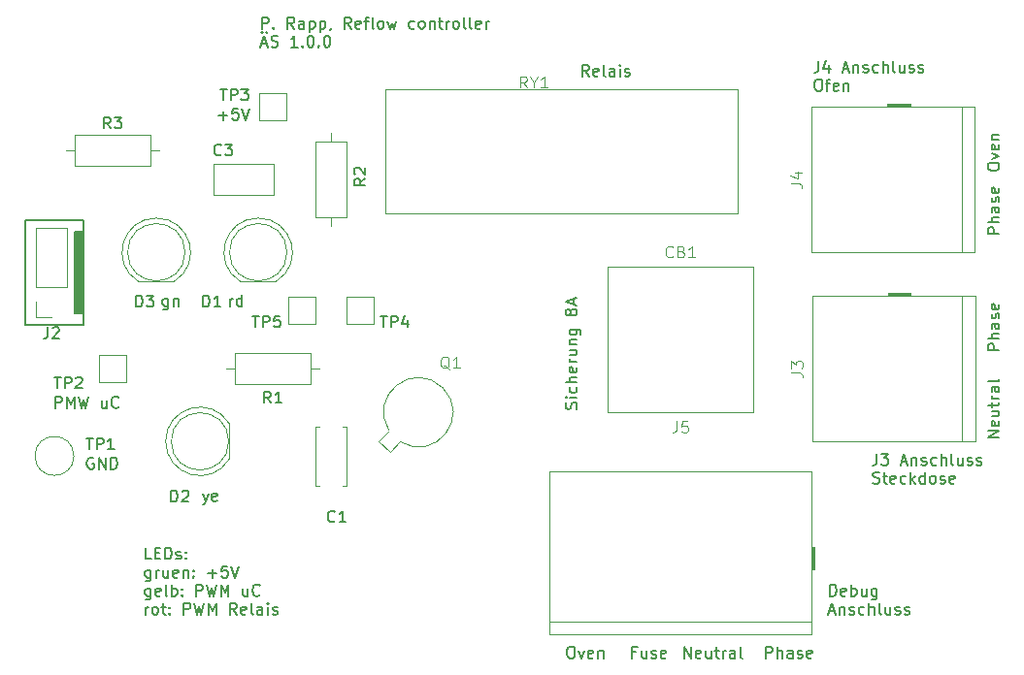
<source format=gbr>
%TF.GenerationSoftware,KiCad,Pcbnew,7.0.5-0*%
%TF.CreationDate,2024-01-28T18:46:13+01:00*%
%TF.ProjectId,controller,636f6e74-726f-46c6-9c65-722e6b696361,1.0.0*%
%TF.SameCoordinates,Original*%
%TF.FileFunction,Legend,Top*%
%TF.FilePolarity,Positive*%
%FSLAX46Y46*%
G04 Gerber Fmt 4.6, Leading zero omitted, Abs format (unit mm)*
G04 Created by KiCad (PCBNEW 7.0.5-0) date 2024-01-28 18:46:13*
%MOMM*%
%LPD*%
G01*
G04 APERTURE LIST*
%ADD10C,0.150000*%
%ADD11C,0.100000*%
%ADD12C,0.120000*%
G04 APERTURE END LIST*
D10*
X117348000Y-80772000D02*
X118110000Y-80772000D01*
X118110000Y-87884000D01*
X117348000Y-87884000D01*
X117348000Y-80772000D01*
G36*
X117348000Y-80772000D02*
G01*
X118110000Y-80772000D01*
X118110000Y-87884000D01*
X117348000Y-87884000D01*
X117348000Y-80772000D01*
G37*
X113030000Y-79756000D02*
X118110000Y-79756000D01*
X118110000Y-88900000D01*
X113030000Y-88900000D01*
X113030000Y-79756000D01*
X161112200Y-96230839D02*
X161159819Y-96087982D01*
X161159819Y-96087982D02*
X161159819Y-95849887D01*
X161159819Y-95849887D02*
X161112200Y-95754649D01*
X161112200Y-95754649D02*
X161064580Y-95707030D01*
X161064580Y-95707030D02*
X160969342Y-95659411D01*
X160969342Y-95659411D02*
X160874104Y-95659411D01*
X160874104Y-95659411D02*
X160778866Y-95707030D01*
X160778866Y-95707030D02*
X160731247Y-95754649D01*
X160731247Y-95754649D02*
X160683628Y-95849887D01*
X160683628Y-95849887D02*
X160636009Y-96040363D01*
X160636009Y-96040363D02*
X160588390Y-96135601D01*
X160588390Y-96135601D02*
X160540771Y-96183220D01*
X160540771Y-96183220D02*
X160445533Y-96230839D01*
X160445533Y-96230839D02*
X160350295Y-96230839D01*
X160350295Y-96230839D02*
X160255057Y-96183220D01*
X160255057Y-96183220D02*
X160207438Y-96135601D01*
X160207438Y-96135601D02*
X160159819Y-96040363D01*
X160159819Y-96040363D02*
X160159819Y-95802268D01*
X160159819Y-95802268D02*
X160207438Y-95659411D01*
X161159819Y-95230839D02*
X160493152Y-95230839D01*
X160159819Y-95230839D02*
X160207438Y-95278458D01*
X160207438Y-95278458D02*
X160255057Y-95230839D01*
X160255057Y-95230839D02*
X160207438Y-95183220D01*
X160207438Y-95183220D02*
X160159819Y-95230839D01*
X160159819Y-95230839D02*
X160255057Y-95230839D01*
X161112200Y-94326078D02*
X161159819Y-94421316D01*
X161159819Y-94421316D02*
X161159819Y-94611792D01*
X161159819Y-94611792D02*
X161112200Y-94707030D01*
X161112200Y-94707030D02*
X161064580Y-94754649D01*
X161064580Y-94754649D02*
X160969342Y-94802268D01*
X160969342Y-94802268D02*
X160683628Y-94802268D01*
X160683628Y-94802268D02*
X160588390Y-94754649D01*
X160588390Y-94754649D02*
X160540771Y-94707030D01*
X160540771Y-94707030D02*
X160493152Y-94611792D01*
X160493152Y-94611792D02*
X160493152Y-94421316D01*
X160493152Y-94421316D02*
X160540771Y-94326078D01*
X161159819Y-93897506D02*
X160159819Y-93897506D01*
X161159819Y-93468935D02*
X160636009Y-93468935D01*
X160636009Y-93468935D02*
X160540771Y-93516554D01*
X160540771Y-93516554D02*
X160493152Y-93611792D01*
X160493152Y-93611792D02*
X160493152Y-93754649D01*
X160493152Y-93754649D02*
X160540771Y-93849887D01*
X160540771Y-93849887D02*
X160588390Y-93897506D01*
X161112200Y-92611792D02*
X161159819Y-92707030D01*
X161159819Y-92707030D02*
X161159819Y-92897506D01*
X161159819Y-92897506D02*
X161112200Y-92992744D01*
X161112200Y-92992744D02*
X161016961Y-93040363D01*
X161016961Y-93040363D02*
X160636009Y-93040363D01*
X160636009Y-93040363D02*
X160540771Y-92992744D01*
X160540771Y-92992744D02*
X160493152Y-92897506D01*
X160493152Y-92897506D02*
X160493152Y-92707030D01*
X160493152Y-92707030D02*
X160540771Y-92611792D01*
X160540771Y-92611792D02*
X160636009Y-92564173D01*
X160636009Y-92564173D02*
X160731247Y-92564173D01*
X160731247Y-92564173D02*
X160826485Y-93040363D01*
X161159819Y-92135601D02*
X160493152Y-92135601D01*
X160683628Y-92135601D02*
X160588390Y-92087982D01*
X160588390Y-92087982D02*
X160540771Y-92040363D01*
X160540771Y-92040363D02*
X160493152Y-91945125D01*
X160493152Y-91945125D02*
X160493152Y-91849887D01*
X160493152Y-91087982D02*
X161159819Y-91087982D01*
X160493152Y-91516553D02*
X161016961Y-91516553D01*
X161016961Y-91516553D02*
X161112200Y-91468934D01*
X161112200Y-91468934D02*
X161159819Y-91373696D01*
X161159819Y-91373696D02*
X161159819Y-91230839D01*
X161159819Y-91230839D02*
X161112200Y-91135601D01*
X161112200Y-91135601D02*
X161064580Y-91087982D01*
X160493152Y-90611791D02*
X161159819Y-90611791D01*
X160588390Y-90611791D02*
X160540771Y-90564172D01*
X160540771Y-90564172D02*
X160493152Y-90468934D01*
X160493152Y-90468934D02*
X160493152Y-90326077D01*
X160493152Y-90326077D02*
X160540771Y-90230839D01*
X160540771Y-90230839D02*
X160636009Y-90183220D01*
X160636009Y-90183220D02*
X161159819Y-90183220D01*
X160493152Y-89278458D02*
X161302676Y-89278458D01*
X161302676Y-89278458D02*
X161397914Y-89326077D01*
X161397914Y-89326077D02*
X161445533Y-89373696D01*
X161445533Y-89373696D02*
X161493152Y-89468934D01*
X161493152Y-89468934D02*
X161493152Y-89611791D01*
X161493152Y-89611791D02*
X161445533Y-89707029D01*
X161112200Y-89278458D02*
X161159819Y-89373696D01*
X161159819Y-89373696D02*
X161159819Y-89564172D01*
X161159819Y-89564172D02*
X161112200Y-89659410D01*
X161112200Y-89659410D02*
X161064580Y-89707029D01*
X161064580Y-89707029D02*
X160969342Y-89754648D01*
X160969342Y-89754648D02*
X160683628Y-89754648D01*
X160683628Y-89754648D02*
X160588390Y-89707029D01*
X160588390Y-89707029D02*
X160540771Y-89659410D01*
X160540771Y-89659410D02*
X160493152Y-89564172D01*
X160493152Y-89564172D02*
X160493152Y-89373696D01*
X160493152Y-89373696D02*
X160540771Y-89278458D01*
X160588390Y-87897505D02*
X160540771Y-87992743D01*
X160540771Y-87992743D02*
X160493152Y-88040362D01*
X160493152Y-88040362D02*
X160397914Y-88087981D01*
X160397914Y-88087981D02*
X160350295Y-88087981D01*
X160350295Y-88087981D02*
X160255057Y-88040362D01*
X160255057Y-88040362D02*
X160207438Y-87992743D01*
X160207438Y-87992743D02*
X160159819Y-87897505D01*
X160159819Y-87897505D02*
X160159819Y-87707029D01*
X160159819Y-87707029D02*
X160207438Y-87611791D01*
X160207438Y-87611791D02*
X160255057Y-87564172D01*
X160255057Y-87564172D02*
X160350295Y-87516553D01*
X160350295Y-87516553D02*
X160397914Y-87516553D01*
X160397914Y-87516553D02*
X160493152Y-87564172D01*
X160493152Y-87564172D02*
X160540771Y-87611791D01*
X160540771Y-87611791D02*
X160588390Y-87707029D01*
X160588390Y-87707029D02*
X160588390Y-87897505D01*
X160588390Y-87897505D02*
X160636009Y-87992743D01*
X160636009Y-87992743D02*
X160683628Y-88040362D01*
X160683628Y-88040362D02*
X160778866Y-88087981D01*
X160778866Y-88087981D02*
X160969342Y-88087981D01*
X160969342Y-88087981D02*
X161064580Y-88040362D01*
X161064580Y-88040362D02*
X161112200Y-87992743D01*
X161112200Y-87992743D02*
X161159819Y-87897505D01*
X161159819Y-87897505D02*
X161159819Y-87707029D01*
X161159819Y-87707029D02*
X161112200Y-87611791D01*
X161112200Y-87611791D02*
X161064580Y-87564172D01*
X161064580Y-87564172D02*
X160969342Y-87516553D01*
X160969342Y-87516553D02*
X160778866Y-87516553D01*
X160778866Y-87516553D02*
X160683628Y-87564172D01*
X160683628Y-87564172D02*
X160636009Y-87611791D01*
X160636009Y-87611791D02*
X160588390Y-87707029D01*
X160874104Y-87135600D02*
X160874104Y-86659410D01*
X161159819Y-87230838D02*
X160159819Y-86897505D01*
X160159819Y-86897505D02*
X161159819Y-86564172D01*
X170516779Y-117979819D02*
X170516779Y-116979819D01*
X170516779Y-116979819D02*
X171088207Y-117979819D01*
X171088207Y-117979819D02*
X171088207Y-116979819D01*
X171945350Y-117932200D02*
X171850112Y-117979819D01*
X171850112Y-117979819D02*
X171659636Y-117979819D01*
X171659636Y-117979819D02*
X171564398Y-117932200D01*
X171564398Y-117932200D02*
X171516779Y-117836961D01*
X171516779Y-117836961D02*
X171516779Y-117456009D01*
X171516779Y-117456009D02*
X171564398Y-117360771D01*
X171564398Y-117360771D02*
X171659636Y-117313152D01*
X171659636Y-117313152D02*
X171850112Y-117313152D01*
X171850112Y-117313152D02*
X171945350Y-117360771D01*
X171945350Y-117360771D02*
X171992969Y-117456009D01*
X171992969Y-117456009D02*
X171992969Y-117551247D01*
X171992969Y-117551247D02*
X171516779Y-117646485D01*
X172850112Y-117313152D02*
X172850112Y-117979819D01*
X172421541Y-117313152D02*
X172421541Y-117836961D01*
X172421541Y-117836961D02*
X172469160Y-117932200D01*
X172469160Y-117932200D02*
X172564398Y-117979819D01*
X172564398Y-117979819D02*
X172707255Y-117979819D01*
X172707255Y-117979819D02*
X172802493Y-117932200D01*
X172802493Y-117932200D02*
X172850112Y-117884580D01*
X173183446Y-117313152D02*
X173564398Y-117313152D01*
X173326303Y-116979819D02*
X173326303Y-117836961D01*
X173326303Y-117836961D02*
X173373922Y-117932200D01*
X173373922Y-117932200D02*
X173469160Y-117979819D01*
X173469160Y-117979819D02*
X173564398Y-117979819D01*
X173897732Y-117979819D02*
X173897732Y-117313152D01*
X173897732Y-117503628D02*
X173945351Y-117408390D01*
X173945351Y-117408390D02*
X173992970Y-117360771D01*
X173992970Y-117360771D02*
X174088208Y-117313152D01*
X174088208Y-117313152D02*
X174183446Y-117313152D01*
X174945351Y-117979819D02*
X174945351Y-117456009D01*
X174945351Y-117456009D02*
X174897732Y-117360771D01*
X174897732Y-117360771D02*
X174802494Y-117313152D01*
X174802494Y-117313152D02*
X174612018Y-117313152D01*
X174612018Y-117313152D02*
X174516780Y-117360771D01*
X174945351Y-117932200D02*
X174850113Y-117979819D01*
X174850113Y-117979819D02*
X174612018Y-117979819D01*
X174612018Y-117979819D02*
X174516780Y-117932200D01*
X174516780Y-117932200D02*
X174469161Y-117836961D01*
X174469161Y-117836961D02*
X174469161Y-117741723D01*
X174469161Y-117741723D02*
X174516780Y-117646485D01*
X174516780Y-117646485D02*
X174612018Y-117598866D01*
X174612018Y-117598866D02*
X174850113Y-117598866D01*
X174850113Y-117598866D02*
X174945351Y-117551247D01*
X175564399Y-117979819D02*
X175469161Y-117932200D01*
X175469161Y-117932200D02*
X175421542Y-117836961D01*
X175421542Y-117836961D02*
X175421542Y-116979819D01*
X177628779Y-117979819D02*
X177628779Y-116979819D01*
X177628779Y-116979819D02*
X178009731Y-116979819D01*
X178009731Y-116979819D02*
X178104969Y-117027438D01*
X178104969Y-117027438D02*
X178152588Y-117075057D01*
X178152588Y-117075057D02*
X178200207Y-117170295D01*
X178200207Y-117170295D02*
X178200207Y-117313152D01*
X178200207Y-117313152D02*
X178152588Y-117408390D01*
X178152588Y-117408390D02*
X178104969Y-117456009D01*
X178104969Y-117456009D02*
X178009731Y-117503628D01*
X178009731Y-117503628D02*
X177628779Y-117503628D01*
X178628779Y-117979819D02*
X178628779Y-116979819D01*
X179057350Y-117979819D02*
X179057350Y-117456009D01*
X179057350Y-117456009D02*
X179009731Y-117360771D01*
X179009731Y-117360771D02*
X178914493Y-117313152D01*
X178914493Y-117313152D02*
X178771636Y-117313152D01*
X178771636Y-117313152D02*
X178676398Y-117360771D01*
X178676398Y-117360771D02*
X178628779Y-117408390D01*
X179962112Y-117979819D02*
X179962112Y-117456009D01*
X179962112Y-117456009D02*
X179914493Y-117360771D01*
X179914493Y-117360771D02*
X179819255Y-117313152D01*
X179819255Y-117313152D02*
X179628779Y-117313152D01*
X179628779Y-117313152D02*
X179533541Y-117360771D01*
X179962112Y-117932200D02*
X179866874Y-117979819D01*
X179866874Y-117979819D02*
X179628779Y-117979819D01*
X179628779Y-117979819D02*
X179533541Y-117932200D01*
X179533541Y-117932200D02*
X179485922Y-117836961D01*
X179485922Y-117836961D02*
X179485922Y-117741723D01*
X179485922Y-117741723D02*
X179533541Y-117646485D01*
X179533541Y-117646485D02*
X179628779Y-117598866D01*
X179628779Y-117598866D02*
X179866874Y-117598866D01*
X179866874Y-117598866D02*
X179962112Y-117551247D01*
X180390684Y-117932200D02*
X180485922Y-117979819D01*
X180485922Y-117979819D02*
X180676398Y-117979819D01*
X180676398Y-117979819D02*
X180771636Y-117932200D01*
X180771636Y-117932200D02*
X180819255Y-117836961D01*
X180819255Y-117836961D02*
X180819255Y-117789342D01*
X180819255Y-117789342D02*
X180771636Y-117694104D01*
X180771636Y-117694104D02*
X180676398Y-117646485D01*
X180676398Y-117646485D02*
X180533541Y-117646485D01*
X180533541Y-117646485D02*
X180438303Y-117598866D01*
X180438303Y-117598866D02*
X180390684Y-117503628D01*
X180390684Y-117503628D02*
X180390684Y-117456009D01*
X180390684Y-117456009D02*
X180438303Y-117360771D01*
X180438303Y-117360771D02*
X180533541Y-117313152D01*
X180533541Y-117313152D02*
X180676398Y-117313152D01*
X180676398Y-117313152D02*
X180771636Y-117360771D01*
X181628779Y-117932200D02*
X181533541Y-117979819D01*
X181533541Y-117979819D02*
X181343065Y-117979819D01*
X181343065Y-117979819D02*
X181247827Y-117932200D01*
X181247827Y-117932200D02*
X181200208Y-117836961D01*
X181200208Y-117836961D02*
X181200208Y-117456009D01*
X181200208Y-117456009D02*
X181247827Y-117360771D01*
X181247827Y-117360771D02*
X181343065Y-117313152D01*
X181343065Y-117313152D02*
X181533541Y-117313152D01*
X181533541Y-117313152D02*
X181628779Y-117360771D01*
X181628779Y-117360771D02*
X181676398Y-117456009D01*
X181676398Y-117456009D02*
X181676398Y-117551247D01*
X181676398Y-117551247D02*
X181200208Y-117646485D01*
X160547255Y-116979819D02*
X160737731Y-116979819D01*
X160737731Y-116979819D02*
X160832969Y-117027438D01*
X160832969Y-117027438D02*
X160928207Y-117122676D01*
X160928207Y-117122676D02*
X160975826Y-117313152D01*
X160975826Y-117313152D02*
X160975826Y-117646485D01*
X160975826Y-117646485D02*
X160928207Y-117836961D01*
X160928207Y-117836961D02*
X160832969Y-117932200D01*
X160832969Y-117932200D02*
X160737731Y-117979819D01*
X160737731Y-117979819D02*
X160547255Y-117979819D01*
X160547255Y-117979819D02*
X160452017Y-117932200D01*
X160452017Y-117932200D02*
X160356779Y-117836961D01*
X160356779Y-117836961D02*
X160309160Y-117646485D01*
X160309160Y-117646485D02*
X160309160Y-117313152D01*
X160309160Y-117313152D02*
X160356779Y-117122676D01*
X160356779Y-117122676D02*
X160452017Y-117027438D01*
X160452017Y-117027438D02*
X160547255Y-116979819D01*
X161309160Y-117313152D02*
X161547255Y-117979819D01*
X161547255Y-117979819D02*
X161785350Y-117313152D01*
X162547255Y-117932200D02*
X162452017Y-117979819D01*
X162452017Y-117979819D02*
X162261541Y-117979819D01*
X162261541Y-117979819D02*
X162166303Y-117932200D01*
X162166303Y-117932200D02*
X162118684Y-117836961D01*
X162118684Y-117836961D02*
X162118684Y-117456009D01*
X162118684Y-117456009D02*
X162166303Y-117360771D01*
X162166303Y-117360771D02*
X162261541Y-117313152D01*
X162261541Y-117313152D02*
X162452017Y-117313152D01*
X162452017Y-117313152D02*
X162547255Y-117360771D01*
X162547255Y-117360771D02*
X162594874Y-117456009D01*
X162594874Y-117456009D02*
X162594874Y-117551247D01*
X162594874Y-117551247D02*
X162118684Y-117646485D01*
X163023446Y-117313152D02*
X163023446Y-117979819D01*
X163023446Y-117408390D02*
X163071065Y-117360771D01*
X163071065Y-117360771D02*
X163166303Y-117313152D01*
X163166303Y-117313152D02*
X163309160Y-117313152D01*
X163309160Y-117313152D02*
X163404398Y-117360771D01*
X163404398Y-117360771D02*
X163452017Y-117456009D01*
X163452017Y-117456009D02*
X163452017Y-117979819D01*
X133686779Y-63029819D02*
X133686779Y-62029819D01*
X133686779Y-62029819D02*
X134067731Y-62029819D01*
X134067731Y-62029819D02*
X134162969Y-62077438D01*
X134162969Y-62077438D02*
X134210588Y-62125057D01*
X134210588Y-62125057D02*
X134258207Y-62220295D01*
X134258207Y-62220295D02*
X134258207Y-62363152D01*
X134258207Y-62363152D02*
X134210588Y-62458390D01*
X134210588Y-62458390D02*
X134162969Y-62506009D01*
X134162969Y-62506009D02*
X134067731Y-62553628D01*
X134067731Y-62553628D02*
X133686779Y-62553628D01*
X134686779Y-62934580D02*
X134734398Y-62982200D01*
X134734398Y-62982200D02*
X134686779Y-63029819D01*
X134686779Y-63029819D02*
X134639160Y-62982200D01*
X134639160Y-62982200D02*
X134686779Y-62934580D01*
X134686779Y-62934580D02*
X134686779Y-63029819D01*
X136496302Y-63029819D02*
X136162969Y-62553628D01*
X135924874Y-63029819D02*
X135924874Y-62029819D01*
X135924874Y-62029819D02*
X136305826Y-62029819D01*
X136305826Y-62029819D02*
X136401064Y-62077438D01*
X136401064Y-62077438D02*
X136448683Y-62125057D01*
X136448683Y-62125057D02*
X136496302Y-62220295D01*
X136496302Y-62220295D02*
X136496302Y-62363152D01*
X136496302Y-62363152D02*
X136448683Y-62458390D01*
X136448683Y-62458390D02*
X136401064Y-62506009D01*
X136401064Y-62506009D02*
X136305826Y-62553628D01*
X136305826Y-62553628D02*
X135924874Y-62553628D01*
X137353445Y-63029819D02*
X137353445Y-62506009D01*
X137353445Y-62506009D02*
X137305826Y-62410771D01*
X137305826Y-62410771D02*
X137210588Y-62363152D01*
X137210588Y-62363152D02*
X137020112Y-62363152D01*
X137020112Y-62363152D02*
X136924874Y-62410771D01*
X137353445Y-62982200D02*
X137258207Y-63029819D01*
X137258207Y-63029819D02*
X137020112Y-63029819D01*
X137020112Y-63029819D02*
X136924874Y-62982200D01*
X136924874Y-62982200D02*
X136877255Y-62886961D01*
X136877255Y-62886961D02*
X136877255Y-62791723D01*
X136877255Y-62791723D02*
X136924874Y-62696485D01*
X136924874Y-62696485D02*
X137020112Y-62648866D01*
X137020112Y-62648866D02*
X137258207Y-62648866D01*
X137258207Y-62648866D02*
X137353445Y-62601247D01*
X137829636Y-62363152D02*
X137829636Y-63363152D01*
X137829636Y-62410771D02*
X137924874Y-62363152D01*
X137924874Y-62363152D02*
X138115350Y-62363152D01*
X138115350Y-62363152D02*
X138210588Y-62410771D01*
X138210588Y-62410771D02*
X138258207Y-62458390D01*
X138258207Y-62458390D02*
X138305826Y-62553628D01*
X138305826Y-62553628D02*
X138305826Y-62839342D01*
X138305826Y-62839342D02*
X138258207Y-62934580D01*
X138258207Y-62934580D02*
X138210588Y-62982200D01*
X138210588Y-62982200D02*
X138115350Y-63029819D01*
X138115350Y-63029819D02*
X137924874Y-63029819D01*
X137924874Y-63029819D02*
X137829636Y-62982200D01*
X138734398Y-62363152D02*
X138734398Y-63363152D01*
X138734398Y-62410771D02*
X138829636Y-62363152D01*
X138829636Y-62363152D02*
X139020112Y-62363152D01*
X139020112Y-62363152D02*
X139115350Y-62410771D01*
X139115350Y-62410771D02*
X139162969Y-62458390D01*
X139162969Y-62458390D02*
X139210588Y-62553628D01*
X139210588Y-62553628D02*
X139210588Y-62839342D01*
X139210588Y-62839342D02*
X139162969Y-62934580D01*
X139162969Y-62934580D02*
X139115350Y-62982200D01*
X139115350Y-62982200D02*
X139020112Y-63029819D01*
X139020112Y-63029819D02*
X138829636Y-63029819D01*
X138829636Y-63029819D02*
X138734398Y-62982200D01*
X139686779Y-62982200D02*
X139686779Y-63029819D01*
X139686779Y-63029819D02*
X139639160Y-63125057D01*
X139639160Y-63125057D02*
X139591541Y-63172676D01*
X141448683Y-63029819D02*
X141115350Y-62553628D01*
X140877255Y-63029819D02*
X140877255Y-62029819D01*
X140877255Y-62029819D02*
X141258207Y-62029819D01*
X141258207Y-62029819D02*
X141353445Y-62077438D01*
X141353445Y-62077438D02*
X141401064Y-62125057D01*
X141401064Y-62125057D02*
X141448683Y-62220295D01*
X141448683Y-62220295D02*
X141448683Y-62363152D01*
X141448683Y-62363152D02*
X141401064Y-62458390D01*
X141401064Y-62458390D02*
X141353445Y-62506009D01*
X141353445Y-62506009D02*
X141258207Y-62553628D01*
X141258207Y-62553628D02*
X140877255Y-62553628D01*
X142258207Y-62982200D02*
X142162969Y-63029819D01*
X142162969Y-63029819D02*
X141972493Y-63029819D01*
X141972493Y-63029819D02*
X141877255Y-62982200D01*
X141877255Y-62982200D02*
X141829636Y-62886961D01*
X141829636Y-62886961D02*
X141829636Y-62506009D01*
X141829636Y-62506009D02*
X141877255Y-62410771D01*
X141877255Y-62410771D02*
X141972493Y-62363152D01*
X141972493Y-62363152D02*
X142162969Y-62363152D01*
X142162969Y-62363152D02*
X142258207Y-62410771D01*
X142258207Y-62410771D02*
X142305826Y-62506009D01*
X142305826Y-62506009D02*
X142305826Y-62601247D01*
X142305826Y-62601247D02*
X141829636Y-62696485D01*
X142591541Y-62363152D02*
X142972493Y-62363152D01*
X142734398Y-63029819D02*
X142734398Y-62172676D01*
X142734398Y-62172676D02*
X142782017Y-62077438D01*
X142782017Y-62077438D02*
X142877255Y-62029819D01*
X142877255Y-62029819D02*
X142972493Y-62029819D01*
X143448684Y-63029819D02*
X143353446Y-62982200D01*
X143353446Y-62982200D02*
X143305827Y-62886961D01*
X143305827Y-62886961D02*
X143305827Y-62029819D01*
X143972494Y-63029819D02*
X143877256Y-62982200D01*
X143877256Y-62982200D02*
X143829637Y-62934580D01*
X143829637Y-62934580D02*
X143782018Y-62839342D01*
X143782018Y-62839342D02*
X143782018Y-62553628D01*
X143782018Y-62553628D02*
X143829637Y-62458390D01*
X143829637Y-62458390D02*
X143877256Y-62410771D01*
X143877256Y-62410771D02*
X143972494Y-62363152D01*
X143972494Y-62363152D02*
X144115351Y-62363152D01*
X144115351Y-62363152D02*
X144210589Y-62410771D01*
X144210589Y-62410771D02*
X144258208Y-62458390D01*
X144258208Y-62458390D02*
X144305827Y-62553628D01*
X144305827Y-62553628D02*
X144305827Y-62839342D01*
X144305827Y-62839342D02*
X144258208Y-62934580D01*
X144258208Y-62934580D02*
X144210589Y-62982200D01*
X144210589Y-62982200D02*
X144115351Y-63029819D01*
X144115351Y-63029819D02*
X143972494Y-63029819D01*
X144639161Y-62363152D02*
X144829637Y-63029819D01*
X144829637Y-63029819D02*
X145020113Y-62553628D01*
X145020113Y-62553628D02*
X145210589Y-63029819D01*
X145210589Y-63029819D02*
X145401065Y-62363152D01*
X146972494Y-62982200D02*
X146877256Y-63029819D01*
X146877256Y-63029819D02*
X146686780Y-63029819D01*
X146686780Y-63029819D02*
X146591542Y-62982200D01*
X146591542Y-62982200D02*
X146543923Y-62934580D01*
X146543923Y-62934580D02*
X146496304Y-62839342D01*
X146496304Y-62839342D02*
X146496304Y-62553628D01*
X146496304Y-62553628D02*
X146543923Y-62458390D01*
X146543923Y-62458390D02*
X146591542Y-62410771D01*
X146591542Y-62410771D02*
X146686780Y-62363152D01*
X146686780Y-62363152D02*
X146877256Y-62363152D01*
X146877256Y-62363152D02*
X146972494Y-62410771D01*
X147543923Y-63029819D02*
X147448685Y-62982200D01*
X147448685Y-62982200D02*
X147401066Y-62934580D01*
X147401066Y-62934580D02*
X147353447Y-62839342D01*
X147353447Y-62839342D02*
X147353447Y-62553628D01*
X147353447Y-62553628D02*
X147401066Y-62458390D01*
X147401066Y-62458390D02*
X147448685Y-62410771D01*
X147448685Y-62410771D02*
X147543923Y-62363152D01*
X147543923Y-62363152D02*
X147686780Y-62363152D01*
X147686780Y-62363152D02*
X147782018Y-62410771D01*
X147782018Y-62410771D02*
X147829637Y-62458390D01*
X147829637Y-62458390D02*
X147877256Y-62553628D01*
X147877256Y-62553628D02*
X147877256Y-62839342D01*
X147877256Y-62839342D02*
X147829637Y-62934580D01*
X147829637Y-62934580D02*
X147782018Y-62982200D01*
X147782018Y-62982200D02*
X147686780Y-63029819D01*
X147686780Y-63029819D02*
X147543923Y-63029819D01*
X148305828Y-62363152D02*
X148305828Y-63029819D01*
X148305828Y-62458390D02*
X148353447Y-62410771D01*
X148353447Y-62410771D02*
X148448685Y-62363152D01*
X148448685Y-62363152D02*
X148591542Y-62363152D01*
X148591542Y-62363152D02*
X148686780Y-62410771D01*
X148686780Y-62410771D02*
X148734399Y-62506009D01*
X148734399Y-62506009D02*
X148734399Y-63029819D01*
X149067733Y-62363152D02*
X149448685Y-62363152D01*
X149210590Y-62029819D02*
X149210590Y-62886961D01*
X149210590Y-62886961D02*
X149258209Y-62982200D01*
X149258209Y-62982200D02*
X149353447Y-63029819D01*
X149353447Y-63029819D02*
X149448685Y-63029819D01*
X149782019Y-63029819D02*
X149782019Y-62363152D01*
X149782019Y-62553628D02*
X149829638Y-62458390D01*
X149829638Y-62458390D02*
X149877257Y-62410771D01*
X149877257Y-62410771D02*
X149972495Y-62363152D01*
X149972495Y-62363152D02*
X150067733Y-62363152D01*
X150543924Y-63029819D02*
X150448686Y-62982200D01*
X150448686Y-62982200D02*
X150401067Y-62934580D01*
X150401067Y-62934580D02*
X150353448Y-62839342D01*
X150353448Y-62839342D02*
X150353448Y-62553628D01*
X150353448Y-62553628D02*
X150401067Y-62458390D01*
X150401067Y-62458390D02*
X150448686Y-62410771D01*
X150448686Y-62410771D02*
X150543924Y-62363152D01*
X150543924Y-62363152D02*
X150686781Y-62363152D01*
X150686781Y-62363152D02*
X150782019Y-62410771D01*
X150782019Y-62410771D02*
X150829638Y-62458390D01*
X150829638Y-62458390D02*
X150877257Y-62553628D01*
X150877257Y-62553628D02*
X150877257Y-62839342D01*
X150877257Y-62839342D02*
X150829638Y-62934580D01*
X150829638Y-62934580D02*
X150782019Y-62982200D01*
X150782019Y-62982200D02*
X150686781Y-63029819D01*
X150686781Y-63029819D02*
X150543924Y-63029819D01*
X151448686Y-63029819D02*
X151353448Y-62982200D01*
X151353448Y-62982200D02*
X151305829Y-62886961D01*
X151305829Y-62886961D02*
X151305829Y-62029819D01*
X151972496Y-63029819D02*
X151877258Y-62982200D01*
X151877258Y-62982200D02*
X151829639Y-62886961D01*
X151829639Y-62886961D02*
X151829639Y-62029819D01*
X152734401Y-62982200D02*
X152639163Y-63029819D01*
X152639163Y-63029819D02*
X152448687Y-63029819D01*
X152448687Y-63029819D02*
X152353449Y-62982200D01*
X152353449Y-62982200D02*
X152305830Y-62886961D01*
X152305830Y-62886961D02*
X152305830Y-62506009D01*
X152305830Y-62506009D02*
X152353449Y-62410771D01*
X152353449Y-62410771D02*
X152448687Y-62363152D01*
X152448687Y-62363152D02*
X152639163Y-62363152D01*
X152639163Y-62363152D02*
X152734401Y-62410771D01*
X152734401Y-62410771D02*
X152782020Y-62506009D01*
X152782020Y-62506009D02*
X152782020Y-62601247D01*
X152782020Y-62601247D02*
X152305830Y-62696485D01*
X153210592Y-63029819D02*
X153210592Y-62363152D01*
X153210592Y-62553628D02*
X153258211Y-62458390D01*
X153258211Y-62458390D02*
X153305830Y-62410771D01*
X153305830Y-62410771D02*
X153401068Y-62363152D01*
X153401068Y-62363152D02*
X153496306Y-62363152D01*
X133639160Y-64354104D02*
X134115350Y-64354104D01*
X133543922Y-64639819D02*
X133877255Y-63639819D01*
X133877255Y-63639819D02*
X134210588Y-64639819D01*
X133686779Y-63306485D02*
X133734398Y-63354104D01*
X133734398Y-63354104D02*
X133686779Y-63401723D01*
X133686779Y-63401723D02*
X133639160Y-63354104D01*
X133639160Y-63354104D02*
X133686779Y-63306485D01*
X133686779Y-63306485D02*
X133686779Y-63401723D01*
X134067731Y-63306485D02*
X134115350Y-63354104D01*
X134115350Y-63354104D02*
X134067731Y-63401723D01*
X134067731Y-63401723D02*
X134020112Y-63354104D01*
X134020112Y-63354104D02*
X134067731Y-63306485D01*
X134067731Y-63306485D02*
X134067731Y-63401723D01*
X134496303Y-64592200D02*
X134639160Y-64639819D01*
X134639160Y-64639819D02*
X134877255Y-64639819D01*
X134877255Y-64639819D02*
X134972493Y-64592200D01*
X134972493Y-64592200D02*
X135020112Y-64544580D01*
X135020112Y-64544580D02*
X135067731Y-64449342D01*
X135067731Y-64449342D02*
X135067731Y-64354104D01*
X135067731Y-64354104D02*
X135020112Y-64258866D01*
X135020112Y-64258866D02*
X134972493Y-64211247D01*
X134972493Y-64211247D02*
X134877255Y-64163628D01*
X134877255Y-64163628D02*
X134686779Y-64116009D01*
X134686779Y-64116009D02*
X134591541Y-64068390D01*
X134591541Y-64068390D02*
X134543922Y-64020771D01*
X134543922Y-64020771D02*
X134496303Y-63925533D01*
X134496303Y-63925533D02*
X134496303Y-63830295D01*
X134496303Y-63830295D02*
X134543922Y-63735057D01*
X134543922Y-63735057D02*
X134591541Y-63687438D01*
X134591541Y-63687438D02*
X134686779Y-63639819D01*
X134686779Y-63639819D02*
X134924874Y-63639819D01*
X134924874Y-63639819D02*
X135067731Y-63687438D01*
X136782017Y-64639819D02*
X136210589Y-64639819D01*
X136496303Y-64639819D02*
X136496303Y-63639819D01*
X136496303Y-63639819D02*
X136401065Y-63782676D01*
X136401065Y-63782676D02*
X136305827Y-63877914D01*
X136305827Y-63877914D02*
X136210589Y-63925533D01*
X137210589Y-64544580D02*
X137258208Y-64592200D01*
X137258208Y-64592200D02*
X137210589Y-64639819D01*
X137210589Y-64639819D02*
X137162970Y-64592200D01*
X137162970Y-64592200D02*
X137210589Y-64544580D01*
X137210589Y-64544580D02*
X137210589Y-64639819D01*
X137877255Y-63639819D02*
X137972493Y-63639819D01*
X137972493Y-63639819D02*
X138067731Y-63687438D01*
X138067731Y-63687438D02*
X138115350Y-63735057D01*
X138115350Y-63735057D02*
X138162969Y-63830295D01*
X138162969Y-63830295D02*
X138210588Y-64020771D01*
X138210588Y-64020771D02*
X138210588Y-64258866D01*
X138210588Y-64258866D02*
X138162969Y-64449342D01*
X138162969Y-64449342D02*
X138115350Y-64544580D01*
X138115350Y-64544580D02*
X138067731Y-64592200D01*
X138067731Y-64592200D02*
X137972493Y-64639819D01*
X137972493Y-64639819D02*
X137877255Y-64639819D01*
X137877255Y-64639819D02*
X137782017Y-64592200D01*
X137782017Y-64592200D02*
X137734398Y-64544580D01*
X137734398Y-64544580D02*
X137686779Y-64449342D01*
X137686779Y-64449342D02*
X137639160Y-64258866D01*
X137639160Y-64258866D02*
X137639160Y-64020771D01*
X137639160Y-64020771D02*
X137686779Y-63830295D01*
X137686779Y-63830295D02*
X137734398Y-63735057D01*
X137734398Y-63735057D02*
X137782017Y-63687438D01*
X137782017Y-63687438D02*
X137877255Y-63639819D01*
X138639160Y-64544580D02*
X138686779Y-64592200D01*
X138686779Y-64592200D02*
X138639160Y-64639819D01*
X138639160Y-64639819D02*
X138591541Y-64592200D01*
X138591541Y-64592200D02*
X138639160Y-64544580D01*
X138639160Y-64544580D02*
X138639160Y-64639819D01*
X139305826Y-63639819D02*
X139401064Y-63639819D01*
X139401064Y-63639819D02*
X139496302Y-63687438D01*
X139496302Y-63687438D02*
X139543921Y-63735057D01*
X139543921Y-63735057D02*
X139591540Y-63830295D01*
X139591540Y-63830295D02*
X139639159Y-64020771D01*
X139639159Y-64020771D02*
X139639159Y-64258866D01*
X139639159Y-64258866D02*
X139591540Y-64449342D01*
X139591540Y-64449342D02*
X139543921Y-64544580D01*
X139543921Y-64544580D02*
X139496302Y-64592200D01*
X139496302Y-64592200D02*
X139401064Y-64639819D01*
X139401064Y-64639819D02*
X139305826Y-64639819D01*
X139305826Y-64639819D02*
X139210588Y-64592200D01*
X139210588Y-64592200D02*
X139162969Y-64544580D01*
X139162969Y-64544580D02*
X139115350Y-64449342D01*
X139115350Y-64449342D02*
X139067731Y-64258866D01*
X139067731Y-64258866D02*
X139067731Y-64020771D01*
X139067731Y-64020771D02*
X139115350Y-63830295D01*
X139115350Y-63830295D02*
X139162969Y-63735057D01*
X139162969Y-63735057D02*
X139210588Y-63687438D01*
X139210588Y-63687438D02*
X139305826Y-63639819D01*
X125479350Y-86579152D02*
X125479350Y-87388676D01*
X125479350Y-87388676D02*
X125431731Y-87483914D01*
X125431731Y-87483914D02*
X125384112Y-87531533D01*
X125384112Y-87531533D02*
X125288874Y-87579152D01*
X125288874Y-87579152D02*
X125146017Y-87579152D01*
X125146017Y-87579152D02*
X125050779Y-87531533D01*
X125479350Y-87198200D02*
X125384112Y-87245819D01*
X125384112Y-87245819D02*
X125193636Y-87245819D01*
X125193636Y-87245819D02*
X125098398Y-87198200D01*
X125098398Y-87198200D02*
X125050779Y-87150580D01*
X125050779Y-87150580D02*
X125003160Y-87055342D01*
X125003160Y-87055342D02*
X125003160Y-86769628D01*
X125003160Y-86769628D02*
X125050779Y-86674390D01*
X125050779Y-86674390D02*
X125098398Y-86626771D01*
X125098398Y-86626771D02*
X125193636Y-86579152D01*
X125193636Y-86579152D02*
X125384112Y-86579152D01*
X125384112Y-86579152D02*
X125479350Y-86626771D01*
X125955541Y-86579152D02*
X125955541Y-87245819D01*
X125955541Y-86674390D02*
X126003160Y-86626771D01*
X126003160Y-86626771D02*
X126098398Y-86579152D01*
X126098398Y-86579152D02*
X126241255Y-86579152D01*
X126241255Y-86579152D02*
X126336493Y-86626771D01*
X126336493Y-86626771D02*
X126384112Y-86722009D01*
X126384112Y-86722009D02*
X126384112Y-87245819D01*
X187312493Y-100129819D02*
X187312493Y-100844104D01*
X187312493Y-100844104D02*
X187264874Y-100986961D01*
X187264874Y-100986961D02*
X187169636Y-101082200D01*
X187169636Y-101082200D02*
X187026779Y-101129819D01*
X187026779Y-101129819D02*
X186931541Y-101129819D01*
X187693446Y-100129819D02*
X188312493Y-100129819D01*
X188312493Y-100129819D02*
X187979160Y-100510771D01*
X187979160Y-100510771D02*
X188122017Y-100510771D01*
X188122017Y-100510771D02*
X188217255Y-100558390D01*
X188217255Y-100558390D02*
X188264874Y-100606009D01*
X188264874Y-100606009D02*
X188312493Y-100701247D01*
X188312493Y-100701247D02*
X188312493Y-100939342D01*
X188312493Y-100939342D02*
X188264874Y-101034580D01*
X188264874Y-101034580D02*
X188217255Y-101082200D01*
X188217255Y-101082200D02*
X188122017Y-101129819D01*
X188122017Y-101129819D02*
X187836303Y-101129819D01*
X187836303Y-101129819D02*
X187741065Y-101082200D01*
X187741065Y-101082200D02*
X187693446Y-101034580D01*
X189455351Y-100844104D02*
X189931541Y-100844104D01*
X189360113Y-101129819D02*
X189693446Y-100129819D01*
X189693446Y-100129819D02*
X190026779Y-101129819D01*
X190360113Y-100463152D02*
X190360113Y-101129819D01*
X190360113Y-100558390D02*
X190407732Y-100510771D01*
X190407732Y-100510771D02*
X190502970Y-100463152D01*
X190502970Y-100463152D02*
X190645827Y-100463152D01*
X190645827Y-100463152D02*
X190741065Y-100510771D01*
X190741065Y-100510771D02*
X190788684Y-100606009D01*
X190788684Y-100606009D02*
X190788684Y-101129819D01*
X191217256Y-101082200D02*
X191312494Y-101129819D01*
X191312494Y-101129819D02*
X191502970Y-101129819D01*
X191502970Y-101129819D02*
X191598208Y-101082200D01*
X191598208Y-101082200D02*
X191645827Y-100986961D01*
X191645827Y-100986961D02*
X191645827Y-100939342D01*
X191645827Y-100939342D02*
X191598208Y-100844104D01*
X191598208Y-100844104D02*
X191502970Y-100796485D01*
X191502970Y-100796485D02*
X191360113Y-100796485D01*
X191360113Y-100796485D02*
X191264875Y-100748866D01*
X191264875Y-100748866D02*
X191217256Y-100653628D01*
X191217256Y-100653628D02*
X191217256Y-100606009D01*
X191217256Y-100606009D02*
X191264875Y-100510771D01*
X191264875Y-100510771D02*
X191360113Y-100463152D01*
X191360113Y-100463152D02*
X191502970Y-100463152D01*
X191502970Y-100463152D02*
X191598208Y-100510771D01*
X192502970Y-101082200D02*
X192407732Y-101129819D01*
X192407732Y-101129819D02*
X192217256Y-101129819D01*
X192217256Y-101129819D02*
X192122018Y-101082200D01*
X192122018Y-101082200D02*
X192074399Y-101034580D01*
X192074399Y-101034580D02*
X192026780Y-100939342D01*
X192026780Y-100939342D02*
X192026780Y-100653628D01*
X192026780Y-100653628D02*
X192074399Y-100558390D01*
X192074399Y-100558390D02*
X192122018Y-100510771D01*
X192122018Y-100510771D02*
X192217256Y-100463152D01*
X192217256Y-100463152D02*
X192407732Y-100463152D01*
X192407732Y-100463152D02*
X192502970Y-100510771D01*
X192931542Y-101129819D02*
X192931542Y-100129819D01*
X193360113Y-101129819D02*
X193360113Y-100606009D01*
X193360113Y-100606009D02*
X193312494Y-100510771D01*
X193312494Y-100510771D02*
X193217256Y-100463152D01*
X193217256Y-100463152D02*
X193074399Y-100463152D01*
X193074399Y-100463152D02*
X192979161Y-100510771D01*
X192979161Y-100510771D02*
X192931542Y-100558390D01*
X193979161Y-101129819D02*
X193883923Y-101082200D01*
X193883923Y-101082200D02*
X193836304Y-100986961D01*
X193836304Y-100986961D02*
X193836304Y-100129819D01*
X194788685Y-100463152D02*
X194788685Y-101129819D01*
X194360114Y-100463152D02*
X194360114Y-100986961D01*
X194360114Y-100986961D02*
X194407733Y-101082200D01*
X194407733Y-101082200D02*
X194502971Y-101129819D01*
X194502971Y-101129819D02*
X194645828Y-101129819D01*
X194645828Y-101129819D02*
X194741066Y-101082200D01*
X194741066Y-101082200D02*
X194788685Y-101034580D01*
X195217257Y-101082200D02*
X195312495Y-101129819D01*
X195312495Y-101129819D02*
X195502971Y-101129819D01*
X195502971Y-101129819D02*
X195598209Y-101082200D01*
X195598209Y-101082200D02*
X195645828Y-100986961D01*
X195645828Y-100986961D02*
X195645828Y-100939342D01*
X195645828Y-100939342D02*
X195598209Y-100844104D01*
X195598209Y-100844104D02*
X195502971Y-100796485D01*
X195502971Y-100796485D02*
X195360114Y-100796485D01*
X195360114Y-100796485D02*
X195264876Y-100748866D01*
X195264876Y-100748866D02*
X195217257Y-100653628D01*
X195217257Y-100653628D02*
X195217257Y-100606009D01*
X195217257Y-100606009D02*
X195264876Y-100510771D01*
X195264876Y-100510771D02*
X195360114Y-100463152D01*
X195360114Y-100463152D02*
X195502971Y-100463152D01*
X195502971Y-100463152D02*
X195598209Y-100510771D01*
X196026781Y-101082200D02*
X196122019Y-101129819D01*
X196122019Y-101129819D02*
X196312495Y-101129819D01*
X196312495Y-101129819D02*
X196407733Y-101082200D01*
X196407733Y-101082200D02*
X196455352Y-100986961D01*
X196455352Y-100986961D02*
X196455352Y-100939342D01*
X196455352Y-100939342D02*
X196407733Y-100844104D01*
X196407733Y-100844104D02*
X196312495Y-100796485D01*
X196312495Y-100796485D02*
X196169638Y-100796485D01*
X196169638Y-100796485D02*
X196074400Y-100748866D01*
X196074400Y-100748866D02*
X196026781Y-100653628D01*
X196026781Y-100653628D02*
X196026781Y-100606009D01*
X196026781Y-100606009D02*
X196074400Y-100510771D01*
X196074400Y-100510771D02*
X196169638Y-100463152D01*
X196169638Y-100463152D02*
X196312495Y-100463152D01*
X196312495Y-100463152D02*
X196407733Y-100510771D01*
X186979160Y-102692200D02*
X187122017Y-102739819D01*
X187122017Y-102739819D02*
X187360112Y-102739819D01*
X187360112Y-102739819D02*
X187455350Y-102692200D01*
X187455350Y-102692200D02*
X187502969Y-102644580D01*
X187502969Y-102644580D02*
X187550588Y-102549342D01*
X187550588Y-102549342D02*
X187550588Y-102454104D01*
X187550588Y-102454104D02*
X187502969Y-102358866D01*
X187502969Y-102358866D02*
X187455350Y-102311247D01*
X187455350Y-102311247D02*
X187360112Y-102263628D01*
X187360112Y-102263628D02*
X187169636Y-102216009D01*
X187169636Y-102216009D02*
X187074398Y-102168390D01*
X187074398Y-102168390D02*
X187026779Y-102120771D01*
X187026779Y-102120771D02*
X186979160Y-102025533D01*
X186979160Y-102025533D02*
X186979160Y-101930295D01*
X186979160Y-101930295D02*
X187026779Y-101835057D01*
X187026779Y-101835057D02*
X187074398Y-101787438D01*
X187074398Y-101787438D02*
X187169636Y-101739819D01*
X187169636Y-101739819D02*
X187407731Y-101739819D01*
X187407731Y-101739819D02*
X187550588Y-101787438D01*
X187836303Y-102073152D02*
X188217255Y-102073152D01*
X187979160Y-101739819D02*
X187979160Y-102596961D01*
X187979160Y-102596961D02*
X188026779Y-102692200D01*
X188026779Y-102692200D02*
X188122017Y-102739819D01*
X188122017Y-102739819D02*
X188217255Y-102739819D01*
X188931541Y-102692200D02*
X188836303Y-102739819D01*
X188836303Y-102739819D02*
X188645827Y-102739819D01*
X188645827Y-102739819D02*
X188550589Y-102692200D01*
X188550589Y-102692200D02*
X188502970Y-102596961D01*
X188502970Y-102596961D02*
X188502970Y-102216009D01*
X188502970Y-102216009D02*
X188550589Y-102120771D01*
X188550589Y-102120771D02*
X188645827Y-102073152D01*
X188645827Y-102073152D02*
X188836303Y-102073152D01*
X188836303Y-102073152D02*
X188931541Y-102120771D01*
X188931541Y-102120771D02*
X188979160Y-102216009D01*
X188979160Y-102216009D02*
X188979160Y-102311247D01*
X188979160Y-102311247D02*
X188502970Y-102406485D01*
X189836303Y-102692200D02*
X189741065Y-102739819D01*
X189741065Y-102739819D02*
X189550589Y-102739819D01*
X189550589Y-102739819D02*
X189455351Y-102692200D01*
X189455351Y-102692200D02*
X189407732Y-102644580D01*
X189407732Y-102644580D02*
X189360113Y-102549342D01*
X189360113Y-102549342D02*
X189360113Y-102263628D01*
X189360113Y-102263628D02*
X189407732Y-102168390D01*
X189407732Y-102168390D02*
X189455351Y-102120771D01*
X189455351Y-102120771D02*
X189550589Y-102073152D01*
X189550589Y-102073152D02*
X189741065Y-102073152D01*
X189741065Y-102073152D02*
X189836303Y-102120771D01*
X190264875Y-102739819D02*
X190264875Y-101739819D01*
X190360113Y-102358866D02*
X190645827Y-102739819D01*
X190645827Y-102073152D02*
X190264875Y-102454104D01*
X191502970Y-102739819D02*
X191502970Y-101739819D01*
X191502970Y-102692200D02*
X191407732Y-102739819D01*
X191407732Y-102739819D02*
X191217256Y-102739819D01*
X191217256Y-102739819D02*
X191122018Y-102692200D01*
X191122018Y-102692200D02*
X191074399Y-102644580D01*
X191074399Y-102644580D02*
X191026780Y-102549342D01*
X191026780Y-102549342D02*
X191026780Y-102263628D01*
X191026780Y-102263628D02*
X191074399Y-102168390D01*
X191074399Y-102168390D02*
X191122018Y-102120771D01*
X191122018Y-102120771D02*
X191217256Y-102073152D01*
X191217256Y-102073152D02*
X191407732Y-102073152D01*
X191407732Y-102073152D02*
X191502970Y-102120771D01*
X192122018Y-102739819D02*
X192026780Y-102692200D01*
X192026780Y-102692200D02*
X191979161Y-102644580D01*
X191979161Y-102644580D02*
X191931542Y-102549342D01*
X191931542Y-102549342D02*
X191931542Y-102263628D01*
X191931542Y-102263628D02*
X191979161Y-102168390D01*
X191979161Y-102168390D02*
X192026780Y-102120771D01*
X192026780Y-102120771D02*
X192122018Y-102073152D01*
X192122018Y-102073152D02*
X192264875Y-102073152D01*
X192264875Y-102073152D02*
X192360113Y-102120771D01*
X192360113Y-102120771D02*
X192407732Y-102168390D01*
X192407732Y-102168390D02*
X192455351Y-102263628D01*
X192455351Y-102263628D02*
X192455351Y-102549342D01*
X192455351Y-102549342D02*
X192407732Y-102644580D01*
X192407732Y-102644580D02*
X192360113Y-102692200D01*
X192360113Y-102692200D02*
X192264875Y-102739819D01*
X192264875Y-102739819D02*
X192122018Y-102739819D01*
X192836304Y-102692200D02*
X192931542Y-102739819D01*
X192931542Y-102739819D02*
X193122018Y-102739819D01*
X193122018Y-102739819D02*
X193217256Y-102692200D01*
X193217256Y-102692200D02*
X193264875Y-102596961D01*
X193264875Y-102596961D02*
X193264875Y-102549342D01*
X193264875Y-102549342D02*
X193217256Y-102454104D01*
X193217256Y-102454104D02*
X193122018Y-102406485D01*
X193122018Y-102406485D02*
X192979161Y-102406485D01*
X192979161Y-102406485D02*
X192883923Y-102358866D01*
X192883923Y-102358866D02*
X192836304Y-102263628D01*
X192836304Y-102263628D02*
X192836304Y-102216009D01*
X192836304Y-102216009D02*
X192883923Y-102120771D01*
X192883923Y-102120771D02*
X192979161Y-102073152D01*
X192979161Y-102073152D02*
X193122018Y-102073152D01*
X193122018Y-102073152D02*
X193217256Y-102120771D01*
X194074399Y-102692200D02*
X193979161Y-102739819D01*
X193979161Y-102739819D02*
X193788685Y-102739819D01*
X193788685Y-102739819D02*
X193693447Y-102692200D01*
X193693447Y-102692200D02*
X193645828Y-102596961D01*
X193645828Y-102596961D02*
X193645828Y-102216009D01*
X193645828Y-102216009D02*
X193693447Y-102120771D01*
X193693447Y-102120771D02*
X193788685Y-102073152D01*
X193788685Y-102073152D02*
X193979161Y-102073152D01*
X193979161Y-102073152D02*
X194074399Y-102120771D01*
X194074399Y-102120771D02*
X194122018Y-102216009D01*
X194122018Y-102216009D02*
X194122018Y-102311247D01*
X194122018Y-102311247D02*
X193645828Y-102406485D01*
X182232493Y-65839819D02*
X182232493Y-66554104D01*
X182232493Y-66554104D02*
X182184874Y-66696961D01*
X182184874Y-66696961D02*
X182089636Y-66792200D01*
X182089636Y-66792200D02*
X181946779Y-66839819D01*
X181946779Y-66839819D02*
X181851541Y-66839819D01*
X183137255Y-66173152D02*
X183137255Y-66839819D01*
X182899160Y-65792200D02*
X182661065Y-66506485D01*
X182661065Y-66506485D02*
X183280112Y-66506485D01*
X184375351Y-66554104D02*
X184851541Y-66554104D01*
X184280113Y-66839819D02*
X184613446Y-65839819D01*
X184613446Y-65839819D02*
X184946779Y-66839819D01*
X185280113Y-66173152D02*
X185280113Y-66839819D01*
X185280113Y-66268390D02*
X185327732Y-66220771D01*
X185327732Y-66220771D02*
X185422970Y-66173152D01*
X185422970Y-66173152D02*
X185565827Y-66173152D01*
X185565827Y-66173152D02*
X185661065Y-66220771D01*
X185661065Y-66220771D02*
X185708684Y-66316009D01*
X185708684Y-66316009D02*
X185708684Y-66839819D01*
X186137256Y-66792200D02*
X186232494Y-66839819D01*
X186232494Y-66839819D02*
X186422970Y-66839819D01*
X186422970Y-66839819D02*
X186518208Y-66792200D01*
X186518208Y-66792200D02*
X186565827Y-66696961D01*
X186565827Y-66696961D02*
X186565827Y-66649342D01*
X186565827Y-66649342D02*
X186518208Y-66554104D01*
X186518208Y-66554104D02*
X186422970Y-66506485D01*
X186422970Y-66506485D02*
X186280113Y-66506485D01*
X186280113Y-66506485D02*
X186184875Y-66458866D01*
X186184875Y-66458866D02*
X186137256Y-66363628D01*
X186137256Y-66363628D02*
X186137256Y-66316009D01*
X186137256Y-66316009D02*
X186184875Y-66220771D01*
X186184875Y-66220771D02*
X186280113Y-66173152D01*
X186280113Y-66173152D02*
X186422970Y-66173152D01*
X186422970Y-66173152D02*
X186518208Y-66220771D01*
X187422970Y-66792200D02*
X187327732Y-66839819D01*
X187327732Y-66839819D02*
X187137256Y-66839819D01*
X187137256Y-66839819D02*
X187042018Y-66792200D01*
X187042018Y-66792200D02*
X186994399Y-66744580D01*
X186994399Y-66744580D02*
X186946780Y-66649342D01*
X186946780Y-66649342D02*
X186946780Y-66363628D01*
X186946780Y-66363628D02*
X186994399Y-66268390D01*
X186994399Y-66268390D02*
X187042018Y-66220771D01*
X187042018Y-66220771D02*
X187137256Y-66173152D01*
X187137256Y-66173152D02*
X187327732Y-66173152D01*
X187327732Y-66173152D02*
X187422970Y-66220771D01*
X187851542Y-66839819D02*
X187851542Y-65839819D01*
X188280113Y-66839819D02*
X188280113Y-66316009D01*
X188280113Y-66316009D02*
X188232494Y-66220771D01*
X188232494Y-66220771D02*
X188137256Y-66173152D01*
X188137256Y-66173152D02*
X187994399Y-66173152D01*
X187994399Y-66173152D02*
X187899161Y-66220771D01*
X187899161Y-66220771D02*
X187851542Y-66268390D01*
X188899161Y-66839819D02*
X188803923Y-66792200D01*
X188803923Y-66792200D02*
X188756304Y-66696961D01*
X188756304Y-66696961D02*
X188756304Y-65839819D01*
X189708685Y-66173152D02*
X189708685Y-66839819D01*
X189280114Y-66173152D02*
X189280114Y-66696961D01*
X189280114Y-66696961D02*
X189327733Y-66792200D01*
X189327733Y-66792200D02*
X189422971Y-66839819D01*
X189422971Y-66839819D02*
X189565828Y-66839819D01*
X189565828Y-66839819D02*
X189661066Y-66792200D01*
X189661066Y-66792200D02*
X189708685Y-66744580D01*
X190137257Y-66792200D02*
X190232495Y-66839819D01*
X190232495Y-66839819D02*
X190422971Y-66839819D01*
X190422971Y-66839819D02*
X190518209Y-66792200D01*
X190518209Y-66792200D02*
X190565828Y-66696961D01*
X190565828Y-66696961D02*
X190565828Y-66649342D01*
X190565828Y-66649342D02*
X190518209Y-66554104D01*
X190518209Y-66554104D02*
X190422971Y-66506485D01*
X190422971Y-66506485D02*
X190280114Y-66506485D01*
X190280114Y-66506485D02*
X190184876Y-66458866D01*
X190184876Y-66458866D02*
X190137257Y-66363628D01*
X190137257Y-66363628D02*
X190137257Y-66316009D01*
X190137257Y-66316009D02*
X190184876Y-66220771D01*
X190184876Y-66220771D02*
X190280114Y-66173152D01*
X190280114Y-66173152D02*
X190422971Y-66173152D01*
X190422971Y-66173152D02*
X190518209Y-66220771D01*
X190946781Y-66792200D02*
X191042019Y-66839819D01*
X191042019Y-66839819D02*
X191232495Y-66839819D01*
X191232495Y-66839819D02*
X191327733Y-66792200D01*
X191327733Y-66792200D02*
X191375352Y-66696961D01*
X191375352Y-66696961D02*
X191375352Y-66649342D01*
X191375352Y-66649342D02*
X191327733Y-66554104D01*
X191327733Y-66554104D02*
X191232495Y-66506485D01*
X191232495Y-66506485D02*
X191089638Y-66506485D01*
X191089638Y-66506485D02*
X190994400Y-66458866D01*
X190994400Y-66458866D02*
X190946781Y-66363628D01*
X190946781Y-66363628D02*
X190946781Y-66316009D01*
X190946781Y-66316009D02*
X190994400Y-66220771D01*
X190994400Y-66220771D02*
X191089638Y-66173152D01*
X191089638Y-66173152D02*
X191232495Y-66173152D01*
X191232495Y-66173152D02*
X191327733Y-66220771D01*
X182137255Y-67449819D02*
X182327731Y-67449819D01*
X182327731Y-67449819D02*
X182422969Y-67497438D01*
X182422969Y-67497438D02*
X182518207Y-67592676D01*
X182518207Y-67592676D02*
X182565826Y-67783152D01*
X182565826Y-67783152D02*
X182565826Y-68116485D01*
X182565826Y-68116485D02*
X182518207Y-68306961D01*
X182518207Y-68306961D02*
X182422969Y-68402200D01*
X182422969Y-68402200D02*
X182327731Y-68449819D01*
X182327731Y-68449819D02*
X182137255Y-68449819D01*
X182137255Y-68449819D02*
X182042017Y-68402200D01*
X182042017Y-68402200D02*
X181946779Y-68306961D01*
X181946779Y-68306961D02*
X181899160Y-68116485D01*
X181899160Y-68116485D02*
X181899160Y-67783152D01*
X181899160Y-67783152D02*
X181946779Y-67592676D01*
X181946779Y-67592676D02*
X182042017Y-67497438D01*
X182042017Y-67497438D02*
X182137255Y-67449819D01*
X182851541Y-67783152D02*
X183232493Y-67783152D01*
X182994398Y-68449819D02*
X182994398Y-67592676D01*
X182994398Y-67592676D02*
X183042017Y-67497438D01*
X183042017Y-67497438D02*
X183137255Y-67449819D01*
X183137255Y-67449819D02*
X183232493Y-67449819D01*
X183946779Y-68402200D02*
X183851541Y-68449819D01*
X183851541Y-68449819D02*
X183661065Y-68449819D01*
X183661065Y-68449819D02*
X183565827Y-68402200D01*
X183565827Y-68402200D02*
X183518208Y-68306961D01*
X183518208Y-68306961D02*
X183518208Y-67926009D01*
X183518208Y-67926009D02*
X183565827Y-67830771D01*
X183565827Y-67830771D02*
X183661065Y-67783152D01*
X183661065Y-67783152D02*
X183851541Y-67783152D01*
X183851541Y-67783152D02*
X183946779Y-67830771D01*
X183946779Y-67830771D02*
X183994398Y-67926009D01*
X183994398Y-67926009D02*
X183994398Y-68021247D01*
X183994398Y-68021247D02*
X183518208Y-68116485D01*
X184422970Y-67783152D02*
X184422970Y-68449819D01*
X184422970Y-67878390D02*
X184470589Y-67830771D01*
X184470589Y-67830771D02*
X184565827Y-67783152D01*
X184565827Y-67783152D02*
X184708684Y-67783152D01*
X184708684Y-67783152D02*
X184803922Y-67830771D01*
X184803922Y-67830771D02*
X184851541Y-67926009D01*
X184851541Y-67926009D02*
X184851541Y-68449819D01*
X115652779Y-96135819D02*
X115652779Y-95135819D01*
X115652779Y-95135819D02*
X116033731Y-95135819D01*
X116033731Y-95135819D02*
X116128969Y-95183438D01*
X116128969Y-95183438D02*
X116176588Y-95231057D01*
X116176588Y-95231057D02*
X116224207Y-95326295D01*
X116224207Y-95326295D02*
X116224207Y-95469152D01*
X116224207Y-95469152D02*
X116176588Y-95564390D01*
X116176588Y-95564390D02*
X116128969Y-95612009D01*
X116128969Y-95612009D02*
X116033731Y-95659628D01*
X116033731Y-95659628D02*
X115652779Y-95659628D01*
X116652779Y-96135819D02*
X116652779Y-95135819D01*
X116652779Y-95135819D02*
X116986112Y-95850104D01*
X116986112Y-95850104D02*
X117319445Y-95135819D01*
X117319445Y-95135819D02*
X117319445Y-96135819D01*
X117700398Y-95135819D02*
X117938493Y-96135819D01*
X117938493Y-96135819D02*
X118128969Y-95421533D01*
X118128969Y-95421533D02*
X118319445Y-96135819D01*
X118319445Y-96135819D02*
X118557541Y-95135819D01*
X120128969Y-95469152D02*
X120128969Y-96135819D01*
X119700398Y-95469152D02*
X119700398Y-95992961D01*
X119700398Y-95992961D02*
X119748017Y-96088200D01*
X119748017Y-96088200D02*
X119843255Y-96135819D01*
X119843255Y-96135819D02*
X119986112Y-96135819D01*
X119986112Y-96135819D02*
X120081350Y-96088200D01*
X120081350Y-96088200D02*
X120128969Y-96040580D01*
X121176588Y-96040580D02*
X121128969Y-96088200D01*
X121128969Y-96088200D02*
X120986112Y-96135819D01*
X120986112Y-96135819D02*
X120890874Y-96135819D01*
X120890874Y-96135819D02*
X120748017Y-96088200D01*
X120748017Y-96088200D02*
X120652779Y-95992961D01*
X120652779Y-95992961D02*
X120605160Y-95897723D01*
X120605160Y-95897723D02*
X120557541Y-95707247D01*
X120557541Y-95707247D02*
X120557541Y-95564390D01*
X120557541Y-95564390D02*
X120605160Y-95373914D01*
X120605160Y-95373914D02*
X120652779Y-95278676D01*
X120652779Y-95278676D02*
X120748017Y-95183438D01*
X120748017Y-95183438D02*
X120890874Y-95135819D01*
X120890874Y-95135819D02*
X120986112Y-95135819D01*
X120986112Y-95135819D02*
X121128969Y-95183438D01*
X121128969Y-95183438D02*
X121176588Y-95231057D01*
X166278112Y-117456009D02*
X165944779Y-117456009D01*
X165944779Y-117979819D02*
X165944779Y-116979819D01*
X165944779Y-116979819D02*
X166420969Y-116979819D01*
X167230493Y-117313152D02*
X167230493Y-117979819D01*
X166801922Y-117313152D02*
X166801922Y-117836961D01*
X166801922Y-117836961D02*
X166849541Y-117932200D01*
X166849541Y-117932200D02*
X166944779Y-117979819D01*
X166944779Y-117979819D02*
X167087636Y-117979819D01*
X167087636Y-117979819D02*
X167182874Y-117932200D01*
X167182874Y-117932200D02*
X167230493Y-117884580D01*
X167659065Y-117932200D02*
X167754303Y-117979819D01*
X167754303Y-117979819D02*
X167944779Y-117979819D01*
X167944779Y-117979819D02*
X168040017Y-117932200D01*
X168040017Y-117932200D02*
X168087636Y-117836961D01*
X168087636Y-117836961D02*
X168087636Y-117789342D01*
X168087636Y-117789342D02*
X168040017Y-117694104D01*
X168040017Y-117694104D02*
X167944779Y-117646485D01*
X167944779Y-117646485D02*
X167801922Y-117646485D01*
X167801922Y-117646485D02*
X167706684Y-117598866D01*
X167706684Y-117598866D02*
X167659065Y-117503628D01*
X167659065Y-117503628D02*
X167659065Y-117456009D01*
X167659065Y-117456009D02*
X167706684Y-117360771D01*
X167706684Y-117360771D02*
X167801922Y-117313152D01*
X167801922Y-117313152D02*
X167944779Y-117313152D01*
X167944779Y-117313152D02*
X168040017Y-117360771D01*
X168897160Y-117932200D02*
X168801922Y-117979819D01*
X168801922Y-117979819D02*
X168611446Y-117979819D01*
X168611446Y-117979819D02*
X168516208Y-117932200D01*
X168516208Y-117932200D02*
X168468589Y-117836961D01*
X168468589Y-117836961D02*
X168468589Y-117456009D01*
X168468589Y-117456009D02*
X168516208Y-117360771D01*
X168516208Y-117360771D02*
X168611446Y-117313152D01*
X168611446Y-117313152D02*
X168801922Y-117313152D01*
X168801922Y-117313152D02*
X168897160Y-117360771D01*
X168897160Y-117360771D02*
X168944779Y-117456009D01*
X168944779Y-117456009D02*
X168944779Y-117551247D01*
X168944779Y-117551247D02*
X168468589Y-117646485D01*
X162198207Y-67179819D02*
X161864874Y-66703628D01*
X161626779Y-67179819D02*
X161626779Y-66179819D01*
X161626779Y-66179819D02*
X162007731Y-66179819D01*
X162007731Y-66179819D02*
X162102969Y-66227438D01*
X162102969Y-66227438D02*
X162150588Y-66275057D01*
X162150588Y-66275057D02*
X162198207Y-66370295D01*
X162198207Y-66370295D02*
X162198207Y-66513152D01*
X162198207Y-66513152D02*
X162150588Y-66608390D01*
X162150588Y-66608390D02*
X162102969Y-66656009D01*
X162102969Y-66656009D02*
X162007731Y-66703628D01*
X162007731Y-66703628D02*
X161626779Y-66703628D01*
X163007731Y-67132200D02*
X162912493Y-67179819D01*
X162912493Y-67179819D02*
X162722017Y-67179819D01*
X162722017Y-67179819D02*
X162626779Y-67132200D01*
X162626779Y-67132200D02*
X162579160Y-67036961D01*
X162579160Y-67036961D02*
X162579160Y-66656009D01*
X162579160Y-66656009D02*
X162626779Y-66560771D01*
X162626779Y-66560771D02*
X162722017Y-66513152D01*
X162722017Y-66513152D02*
X162912493Y-66513152D01*
X162912493Y-66513152D02*
X163007731Y-66560771D01*
X163007731Y-66560771D02*
X163055350Y-66656009D01*
X163055350Y-66656009D02*
X163055350Y-66751247D01*
X163055350Y-66751247D02*
X162579160Y-66846485D01*
X163626779Y-67179819D02*
X163531541Y-67132200D01*
X163531541Y-67132200D02*
X163483922Y-67036961D01*
X163483922Y-67036961D02*
X163483922Y-66179819D01*
X164436303Y-67179819D02*
X164436303Y-66656009D01*
X164436303Y-66656009D02*
X164388684Y-66560771D01*
X164388684Y-66560771D02*
X164293446Y-66513152D01*
X164293446Y-66513152D02*
X164102970Y-66513152D01*
X164102970Y-66513152D02*
X164007732Y-66560771D01*
X164436303Y-67132200D02*
X164341065Y-67179819D01*
X164341065Y-67179819D02*
X164102970Y-67179819D01*
X164102970Y-67179819D02*
X164007732Y-67132200D01*
X164007732Y-67132200D02*
X163960113Y-67036961D01*
X163960113Y-67036961D02*
X163960113Y-66941723D01*
X163960113Y-66941723D02*
X164007732Y-66846485D01*
X164007732Y-66846485D02*
X164102970Y-66798866D01*
X164102970Y-66798866D02*
X164341065Y-66798866D01*
X164341065Y-66798866D02*
X164436303Y-66751247D01*
X164912494Y-67179819D02*
X164912494Y-66513152D01*
X164912494Y-66179819D02*
X164864875Y-66227438D01*
X164864875Y-66227438D02*
X164912494Y-66275057D01*
X164912494Y-66275057D02*
X164960113Y-66227438D01*
X164960113Y-66227438D02*
X164912494Y-66179819D01*
X164912494Y-66179819D02*
X164912494Y-66275057D01*
X165341065Y-67132200D02*
X165436303Y-67179819D01*
X165436303Y-67179819D02*
X165626779Y-67179819D01*
X165626779Y-67179819D02*
X165722017Y-67132200D01*
X165722017Y-67132200D02*
X165769636Y-67036961D01*
X165769636Y-67036961D02*
X165769636Y-66989342D01*
X165769636Y-66989342D02*
X165722017Y-66894104D01*
X165722017Y-66894104D02*
X165626779Y-66846485D01*
X165626779Y-66846485D02*
X165483922Y-66846485D01*
X165483922Y-66846485D02*
X165388684Y-66798866D01*
X165388684Y-66798866D02*
X165341065Y-66703628D01*
X165341065Y-66703628D02*
X165341065Y-66656009D01*
X165341065Y-66656009D02*
X165388684Y-66560771D01*
X165388684Y-66560771D02*
X165483922Y-66513152D01*
X165483922Y-66513152D02*
X165626779Y-66513152D01*
X165626779Y-66513152D02*
X165722017Y-66560771D01*
X197989819Y-98723220D02*
X196989819Y-98723220D01*
X196989819Y-98723220D02*
X197989819Y-98151792D01*
X197989819Y-98151792D02*
X196989819Y-98151792D01*
X197942200Y-97294649D02*
X197989819Y-97389887D01*
X197989819Y-97389887D02*
X197989819Y-97580363D01*
X197989819Y-97580363D02*
X197942200Y-97675601D01*
X197942200Y-97675601D02*
X197846961Y-97723220D01*
X197846961Y-97723220D02*
X197466009Y-97723220D01*
X197466009Y-97723220D02*
X197370771Y-97675601D01*
X197370771Y-97675601D02*
X197323152Y-97580363D01*
X197323152Y-97580363D02*
X197323152Y-97389887D01*
X197323152Y-97389887D02*
X197370771Y-97294649D01*
X197370771Y-97294649D02*
X197466009Y-97247030D01*
X197466009Y-97247030D02*
X197561247Y-97247030D01*
X197561247Y-97247030D02*
X197656485Y-97723220D01*
X197323152Y-96389887D02*
X197989819Y-96389887D01*
X197323152Y-96818458D02*
X197846961Y-96818458D01*
X197846961Y-96818458D02*
X197942200Y-96770839D01*
X197942200Y-96770839D02*
X197989819Y-96675601D01*
X197989819Y-96675601D02*
X197989819Y-96532744D01*
X197989819Y-96532744D02*
X197942200Y-96437506D01*
X197942200Y-96437506D02*
X197894580Y-96389887D01*
X197323152Y-96056553D02*
X197323152Y-95675601D01*
X196989819Y-95913696D02*
X197846961Y-95913696D01*
X197846961Y-95913696D02*
X197942200Y-95866077D01*
X197942200Y-95866077D02*
X197989819Y-95770839D01*
X197989819Y-95770839D02*
X197989819Y-95675601D01*
X197989819Y-95342267D02*
X197323152Y-95342267D01*
X197513628Y-95342267D02*
X197418390Y-95294648D01*
X197418390Y-95294648D02*
X197370771Y-95247029D01*
X197370771Y-95247029D02*
X197323152Y-95151791D01*
X197323152Y-95151791D02*
X197323152Y-95056553D01*
X197989819Y-94294648D02*
X197466009Y-94294648D01*
X197466009Y-94294648D02*
X197370771Y-94342267D01*
X197370771Y-94342267D02*
X197323152Y-94437505D01*
X197323152Y-94437505D02*
X197323152Y-94627981D01*
X197323152Y-94627981D02*
X197370771Y-94723219D01*
X197942200Y-94294648D02*
X197989819Y-94389886D01*
X197989819Y-94389886D02*
X197989819Y-94627981D01*
X197989819Y-94627981D02*
X197942200Y-94723219D01*
X197942200Y-94723219D02*
X197846961Y-94770838D01*
X197846961Y-94770838D02*
X197751723Y-94770838D01*
X197751723Y-94770838D02*
X197656485Y-94723219D01*
X197656485Y-94723219D02*
X197608866Y-94627981D01*
X197608866Y-94627981D02*
X197608866Y-94389886D01*
X197608866Y-94389886D02*
X197561247Y-94294648D01*
X197989819Y-93675600D02*
X197942200Y-93770838D01*
X197942200Y-93770838D02*
X197846961Y-93818457D01*
X197846961Y-93818457D02*
X196989819Y-93818457D01*
X124002969Y-109339819D02*
X123526779Y-109339819D01*
X123526779Y-109339819D02*
X123526779Y-108339819D01*
X124336303Y-108816009D02*
X124669636Y-108816009D01*
X124812493Y-109339819D02*
X124336303Y-109339819D01*
X124336303Y-109339819D02*
X124336303Y-108339819D01*
X124336303Y-108339819D02*
X124812493Y-108339819D01*
X125241065Y-109339819D02*
X125241065Y-108339819D01*
X125241065Y-108339819D02*
X125479160Y-108339819D01*
X125479160Y-108339819D02*
X125622017Y-108387438D01*
X125622017Y-108387438D02*
X125717255Y-108482676D01*
X125717255Y-108482676D02*
X125764874Y-108577914D01*
X125764874Y-108577914D02*
X125812493Y-108768390D01*
X125812493Y-108768390D02*
X125812493Y-108911247D01*
X125812493Y-108911247D02*
X125764874Y-109101723D01*
X125764874Y-109101723D02*
X125717255Y-109196961D01*
X125717255Y-109196961D02*
X125622017Y-109292200D01*
X125622017Y-109292200D02*
X125479160Y-109339819D01*
X125479160Y-109339819D02*
X125241065Y-109339819D01*
X126193446Y-109292200D02*
X126288684Y-109339819D01*
X126288684Y-109339819D02*
X126479160Y-109339819D01*
X126479160Y-109339819D02*
X126574398Y-109292200D01*
X126574398Y-109292200D02*
X126622017Y-109196961D01*
X126622017Y-109196961D02*
X126622017Y-109149342D01*
X126622017Y-109149342D02*
X126574398Y-109054104D01*
X126574398Y-109054104D02*
X126479160Y-109006485D01*
X126479160Y-109006485D02*
X126336303Y-109006485D01*
X126336303Y-109006485D02*
X126241065Y-108958866D01*
X126241065Y-108958866D02*
X126193446Y-108863628D01*
X126193446Y-108863628D02*
X126193446Y-108816009D01*
X126193446Y-108816009D02*
X126241065Y-108720771D01*
X126241065Y-108720771D02*
X126336303Y-108673152D01*
X126336303Y-108673152D02*
X126479160Y-108673152D01*
X126479160Y-108673152D02*
X126574398Y-108720771D01*
X127050589Y-109244580D02*
X127098208Y-109292200D01*
X127098208Y-109292200D02*
X127050589Y-109339819D01*
X127050589Y-109339819D02*
X127002970Y-109292200D01*
X127002970Y-109292200D02*
X127050589Y-109244580D01*
X127050589Y-109244580D02*
X127050589Y-109339819D01*
X127050589Y-108720771D02*
X127098208Y-108768390D01*
X127098208Y-108768390D02*
X127050589Y-108816009D01*
X127050589Y-108816009D02*
X127002970Y-108768390D01*
X127002970Y-108768390D02*
X127050589Y-108720771D01*
X127050589Y-108720771D02*
X127050589Y-108816009D01*
X123955350Y-110283152D02*
X123955350Y-111092676D01*
X123955350Y-111092676D02*
X123907731Y-111187914D01*
X123907731Y-111187914D02*
X123860112Y-111235533D01*
X123860112Y-111235533D02*
X123764874Y-111283152D01*
X123764874Y-111283152D02*
X123622017Y-111283152D01*
X123622017Y-111283152D02*
X123526779Y-111235533D01*
X123955350Y-110902200D02*
X123860112Y-110949819D01*
X123860112Y-110949819D02*
X123669636Y-110949819D01*
X123669636Y-110949819D02*
X123574398Y-110902200D01*
X123574398Y-110902200D02*
X123526779Y-110854580D01*
X123526779Y-110854580D02*
X123479160Y-110759342D01*
X123479160Y-110759342D02*
X123479160Y-110473628D01*
X123479160Y-110473628D02*
X123526779Y-110378390D01*
X123526779Y-110378390D02*
X123574398Y-110330771D01*
X123574398Y-110330771D02*
X123669636Y-110283152D01*
X123669636Y-110283152D02*
X123860112Y-110283152D01*
X123860112Y-110283152D02*
X123955350Y-110330771D01*
X124431541Y-110949819D02*
X124431541Y-110283152D01*
X124431541Y-110473628D02*
X124479160Y-110378390D01*
X124479160Y-110378390D02*
X124526779Y-110330771D01*
X124526779Y-110330771D02*
X124622017Y-110283152D01*
X124622017Y-110283152D02*
X124717255Y-110283152D01*
X125479160Y-110283152D02*
X125479160Y-110949819D01*
X125050589Y-110283152D02*
X125050589Y-110806961D01*
X125050589Y-110806961D02*
X125098208Y-110902200D01*
X125098208Y-110902200D02*
X125193446Y-110949819D01*
X125193446Y-110949819D02*
X125336303Y-110949819D01*
X125336303Y-110949819D02*
X125431541Y-110902200D01*
X125431541Y-110902200D02*
X125479160Y-110854580D01*
X126336303Y-110902200D02*
X126241065Y-110949819D01*
X126241065Y-110949819D02*
X126050589Y-110949819D01*
X126050589Y-110949819D02*
X125955351Y-110902200D01*
X125955351Y-110902200D02*
X125907732Y-110806961D01*
X125907732Y-110806961D02*
X125907732Y-110426009D01*
X125907732Y-110426009D02*
X125955351Y-110330771D01*
X125955351Y-110330771D02*
X126050589Y-110283152D01*
X126050589Y-110283152D02*
X126241065Y-110283152D01*
X126241065Y-110283152D02*
X126336303Y-110330771D01*
X126336303Y-110330771D02*
X126383922Y-110426009D01*
X126383922Y-110426009D02*
X126383922Y-110521247D01*
X126383922Y-110521247D02*
X125907732Y-110616485D01*
X126812494Y-110283152D02*
X126812494Y-110949819D01*
X126812494Y-110378390D02*
X126860113Y-110330771D01*
X126860113Y-110330771D02*
X126955351Y-110283152D01*
X126955351Y-110283152D02*
X127098208Y-110283152D01*
X127098208Y-110283152D02*
X127193446Y-110330771D01*
X127193446Y-110330771D02*
X127241065Y-110426009D01*
X127241065Y-110426009D02*
X127241065Y-110949819D01*
X127717256Y-110854580D02*
X127764875Y-110902200D01*
X127764875Y-110902200D02*
X127717256Y-110949819D01*
X127717256Y-110949819D02*
X127669637Y-110902200D01*
X127669637Y-110902200D02*
X127717256Y-110854580D01*
X127717256Y-110854580D02*
X127717256Y-110949819D01*
X127717256Y-110330771D02*
X127764875Y-110378390D01*
X127764875Y-110378390D02*
X127717256Y-110426009D01*
X127717256Y-110426009D02*
X127669637Y-110378390D01*
X127669637Y-110378390D02*
X127717256Y-110330771D01*
X127717256Y-110330771D02*
X127717256Y-110426009D01*
X128955351Y-110568866D02*
X129717256Y-110568866D01*
X129336303Y-110949819D02*
X129336303Y-110187914D01*
X130669636Y-109949819D02*
X130193446Y-109949819D01*
X130193446Y-109949819D02*
X130145827Y-110426009D01*
X130145827Y-110426009D02*
X130193446Y-110378390D01*
X130193446Y-110378390D02*
X130288684Y-110330771D01*
X130288684Y-110330771D02*
X130526779Y-110330771D01*
X130526779Y-110330771D02*
X130622017Y-110378390D01*
X130622017Y-110378390D02*
X130669636Y-110426009D01*
X130669636Y-110426009D02*
X130717255Y-110521247D01*
X130717255Y-110521247D02*
X130717255Y-110759342D01*
X130717255Y-110759342D02*
X130669636Y-110854580D01*
X130669636Y-110854580D02*
X130622017Y-110902200D01*
X130622017Y-110902200D02*
X130526779Y-110949819D01*
X130526779Y-110949819D02*
X130288684Y-110949819D01*
X130288684Y-110949819D02*
X130193446Y-110902200D01*
X130193446Y-110902200D02*
X130145827Y-110854580D01*
X131002970Y-109949819D02*
X131336303Y-110949819D01*
X131336303Y-110949819D02*
X131669636Y-109949819D01*
X123955350Y-111893152D02*
X123955350Y-112702676D01*
X123955350Y-112702676D02*
X123907731Y-112797914D01*
X123907731Y-112797914D02*
X123860112Y-112845533D01*
X123860112Y-112845533D02*
X123764874Y-112893152D01*
X123764874Y-112893152D02*
X123622017Y-112893152D01*
X123622017Y-112893152D02*
X123526779Y-112845533D01*
X123955350Y-112512200D02*
X123860112Y-112559819D01*
X123860112Y-112559819D02*
X123669636Y-112559819D01*
X123669636Y-112559819D02*
X123574398Y-112512200D01*
X123574398Y-112512200D02*
X123526779Y-112464580D01*
X123526779Y-112464580D02*
X123479160Y-112369342D01*
X123479160Y-112369342D02*
X123479160Y-112083628D01*
X123479160Y-112083628D02*
X123526779Y-111988390D01*
X123526779Y-111988390D02*
X123574398Y-111940771D01*
X123574398Y-111940771D02*
X123669636Y-111893152D01*
X123669636Y-111893152D02*
X123860112Y-111893152D01*
X123860112Y-111893152D02*
X123955350Y-111940771D01*
X124812493Y-112512200D02*
X124717255Y-112559819D01*
X124717255Y-112559819D02*
X124526779Y-112559819D01*
X124526779Y-112559819D02*
X124431541Y-112512200D01*
X124431541Y-112512200D02*
X124383922Y-112416961D01*
X124383922Y-112416961D02*
X124383922Y-112036009D01*
X124383922Y-112036009D02*
X124431541Y-111940771D01*
X124431541Y-111940771D02*
X124526779Y-111893152D01*
X124526779Y-111893152D02*
X124717255Y-111893152D01*
X124717255Y-111893152D02*
X124812493Y-111940771D01*
X124812493Y-111940771D02*
X124860112Y-112036009D01*
X124860112Y-112036009D02*
X124860112Y-112131247D01*
X124860112Y-112131247D02*
X124383922Y-112226485D01*
X125431541Y-112559819D02*
X125336303Y-112512200D01*
X125336303Y-112512200D02*
X125288684Y-112416961D01*
X125288684Y-112416961D02*
X125288684Y-111559819D01*
X125812494Y-112559819D02*
X125812494Y-111559819D01*
X125812494Y-111940771D02*
X125907732Y-111893152D01*
X125907732Y-111893152D02*
X126098208Y-111893152D01*
X126098208Y-111893152D02*
X126193446Y-111940771D01*
X126193446Y-111940771D02*
X126241065Y-111988390D01*
X126241065Y-111988390D02*
X126288684Y-112083628D01*
X126288684Y-112083628D02*
X126288684Y-112369342D01*
X126288684Y-112369342D02*
X126241065Y-112464580D01*
X126241065Y-112464580D02*
X126193446Y-112512200D01*
X126193446Y-112512200D02*
X126098208Y-112559819D01*
X126098208Y-112559819D02*
X125907732Y-112559819D01*
X125907732Y-112559819D02*
X125812494Y-112512200D01*
X126717256Y-112464580D02*
X126764875Y-112512200D01*
X126764875Y-112512200D02*
X126717256Y-112559819D01*
X126717256Y-112559819D02*
X126669637Y-112512200D01*
X126669637Y-112512200D02*
X126717256Y-112464580D01*
X126717256Y-112464580D02*
X126717256Y-112559819D01*
X126717256Y-111940771D02*
X126764875Y-111988390D01*
X126764875Y-111988390D02*
X126717256Y-112036009D01*
X126717256Y-112036009D02*
X126669637Y-111988390D01*
X126669637Y-111988390D02*
X126717256Y-111940771D01*
X126717256Y-111940771D02*
X126717256Y-112036009D01*
X127955351Y-112559819D02*
X127955351Y-111559819D01*
X127955351Y-111559819D02*
X128336303Y-111559819D01*
X128336303Y-111559819D02*
X128431541Y-111607438D01*
X128431541Y-111607438D02*
X128479160Y-111655057D01*
X128479160Y-111655057D02*
X128526779Y-111750295D01*
X128526779Y-111750295D02*
X128526779Y-111893152D01*
X128526779Y-111893152D02*
X128479160Y-111988390D01*
X128479160Y-111988390D02*
X128431541Y-112036009D01*
X128431541Y-112036009D02*
X128336303Y-112083628D01*
X128336303Y-112083628D02*
X127955351Y-112083628D01*
X128860113Y-111559819D02*
X129098208Y-112559819D01*
X129098208Y-112559819D02*
X129288684Y-111845533D01*
X129288684Y-111845533D02*
X129479160Y-112559819D01*
X129479160Y-112559819D02*
X129717256Y-111559819D01*
X130098208Y-112559819D02*
X130098208Y-111559819D01*
X130098208Y-111559819D02*
X130431541Y-112274104D01*
X130431541Y-112274104D02*
X130764874Y-111559819D01*
X130764874Y-111559819D02*
X130764874Y-112559819D01*
X132431541Y-111893152D02*
X132431541Y-112559819D01*
X132002970Y-111893152D02*
X132002970Y-112416961D01*
X132002970Y-112416961D02*
X132050589Y-112512200D01*
X132050589Y-112512200D02*
X132145827Y-112559819D01*
X132145827Y-112559819D02*
X132288684Y-112559819D01*
X132288684Y-112559819D02*
X132383922Y-112512200D01*
X132383922Y-112512200D02*
X132431541Y-112464580D01*
X133479160Y-112464580D02*
X133431541Y-112512200D01*
X133431541Y-112512200D02*
X133288684Y-112559819D01*
X133288684Y-112559819D02*
X133193446Y-112559819D01*
X133193446Y-112559819D02*
X133050589Y-112512200D01*
X133050589Y-112512200D02*
X132955351Y-112416961D01*
X132955351Y-112416961D02*
X132907732Y-112321723D01*
X132907732Y-112321723D02*
X132860113Y-112131247D01*
X132860113Y-112131247D02*
X132860113Y-111988390D01*
X132860113Y-111988390D02*
X132907732Y-111797914D01*
X132907732Y-111797914D02*
X132955351Y-111702676D01*
X132955351Y-111702676D02*
X133050589Y-111607438D01*
X133050589Y-111607438D02*
X133193446Y-111559819D01*
X133193446Y-111559819D02*
X133288684Y-111559819D01*
X133288684Y-111559819D02*
X133431541Y-111607438D01*
X133431541Y-111607438D02*
X133479160Y-111655057D01*
X123526779Y-114169819D02*
X123526779Y-113503152D01*
X123526779Y-113693628D02*
X123574398Y-113598390D01*
X123574398Y-113598390D02*
X123622017Y-113550771D01*
X123622017Y-113550771D02*
X123717255Y-113503152D01*
X123717255Y-113503152D02*
X123812493Y-113503152D01*
X124288684Y-114169819D02*
X124193446Y-114122200D01*
X124193446Y-114122200D02*
X124145827Y-114074580D01*
X124145827Y-114074580D02*
X124098208Y-113979342D01*
X124098208Y-113979342D02*
X124098208Y-113693628D01*
X124098208Y-113693628D02*
X124145827Y-113598390D01*
X124145827Y-113598390D02*
X124193446Y-113550771D01*
X124193446Y-113550771D02*
X124288684Y-113503152D01*
X124288684Y-113503152D02*
X124431541Y-113503152D01*
X124431541Y-113503152D02*
X124526779Y-113550771D01*
X124526779Y-113550771D02*
X124574398Y-113598390D01*
X124574398Y-113598390D02*
X124622017Y-113693628D01*
X124622017Y-113693628D02*
X124622017Y-113979342D01*
X124622017Y-113979342D02*
X124574398Y-114074580D01*
X124574398Y-114074580D02*
X124526779Y-114122200D01*
X124526779Y-114122200D02*
X124431541Y-114169819D01*
X124431541Y-114169819D02*
X124288684Y-114169819D01*
X124907732Y-113503152D02*
X125288684Y-113503152D01*
X125050589Y-113169819D02*
X125050589Y-114026961D01*
X125050589Y-114026961D02*
X125098208Y-114122200D01*
X125098208Y-114122200D02*
X125193446Y-114169819D01*
X125193446Y-114169819D02*
X125288684Y-114169819D01*
X125622018Y-114074580D02*
X125669637Y-114122200D01*
X125669637Y-114122200D02*
X125622018Y-114169819D01*
X125622018Y-114169819D02*
X125574399Y-114122200D01*
X125574399Y-114122200D02*
X125622018Y-114074580D01*
X125622018Y-114074580D02*
X125622018Y-114169819D01*
X125622018Y-113550771D02*
X125669637Y-113598390D01*
X125669637Y-113598390D02*
X125622018Y-113646009D01*
X125622018Y-113646009D02*
X125574399Y-113598390D01*
X125574399Y-113598390D02*
X125622018Y-113550771D01*
X125622018Y-113550771D02*
X125622018Y-113646009D01*
X126860113Y-114169819D02*
X126860113Y-113169819D01*
X126860113Y-113169819D02*
X127241065Y-113169819D01*
X127241065Y-113169819D02*
X127336303Y-113217438D01*
X127336303Y-113217438D02*
X127383922Y-113265057D01*
X127383922Y-113265057D02*
X127431541Y-113360295D01*
X127431541Y-113360295D02*
X127431541Y-113503152D01*
X127431541Y-113503152D02*
X127383922Y-113598390D01*
X127383922Y-113598390D02*
X127336303Y-113646009D01*
X127336303Y-113646009D02*
X127241065Y-113693628D01*
X127241065Y-113693628D02*
X126860113Y-113693628D01*
X127764875Y-113169819D02*
X128002970Y-114169819D01*
X128002970Y-114169819D02*
X128193446Y-113455533D01*
X128193446Y-113455533D02*
X128383922Y-114169819D01*
X128383922Y-114169819D02*
X128622018Y-113169819D01*
X129002970Y-114169819D02*
X129002970Y-113169819D01*
X129002970Y-113169819D02*
X129336303Y-113884104D01*
X129336303Y-113884104D02*
X129669636Y-113169819D01*
X129669636Y-113169819D02*
X129669636Y-114169819D01*
X131479160Y-114169819D02*
X131145827Y-113693628D01*
X130907732Y-114169819D02*
X130907732Y-113169819D01*
X130907732Y-113169819D02*
X131288684Y-113169819D01*
X131288684Y-113169819D02*
X131383922Y-113217438D01*
X131383922Y-113217438D02*
X131431541Y-113265057D01*
X131431541Y-113265057D02*
X131479160Y-113360295D01*
X131479160Y-113360295D02*
X131479160Y-113503152D01*
X131479160Y-113503152D02*
X131431541Y-113598390D01*
X131431541Y-113598390D02*
X131383922Y-113646009D01*
X131383922Y-113646009D02*
X131288684Y-113693628D01*
X131288684Y-113693628D02*
X130907732Y-113693628D01*
X132288684Y-114122200D02*
X132193446Y-114169819D01*
X132193446Y-114169819D02*
X132002970Y-114169819D01*
X132002970Y-114169819D02*
X131907732Y-114122200D01*
X131907732Y-114122200D02*
X131860113Y-114026961D01*
X131860113Y-114026961D02*
X131860113Y-113646009D01*
X131860113Y-113646009D02*
X131907732Y-113550771D01*
X131907732Y-113550771D02*
X132002970Y-113503152D01*
X132002970Y-113503152D02*
X132193446Y-113503152D01*
X132193446Y-113503152D02*
X132288684Y-113550771D01*
X132288684Y-113550771D02*
X132336303Y-113646009D01*
X132336303Y-113646009D02*
X132336303Y-113741247D01*
X132336303Y-113741247D02*
X131860113Y-113836485D01*
X132907732Y-114169819D02*
X132812494Y-114122200D01*
X132812494Y-114122200D02*
X132764875Y-114026961D01*
X132764875Y-114026961D02*
X132764875Y-113169819D01*
X133717256Y-114169819D02*
X133717256Y-113646009D01*
X133717256Y-113646009D02*
X133669637Y-113550771D01*
X133669637Y-113550771D02*
X133574399Y-113503152D01*
X133574399Y-113503152D02*
X133383923Y-113503152D01*
X133383923Y-113503152D02*
X133288685Y-113550771D01*
X133717256Y-114122200D02*
X133622018Y-114169819D01*
X133622018Y-114169819D02*
X133383923Y-114169819D01*
X133383923Y-114169819D02*
X133288685Y-114122200D01*
X133288685Y-114122200D02*
X133241066Y-114026961D01*
X133241066Y-114026961D02*
X133241066Y-113931723D01*
X133241066Y-113931723D02*
X133288685Y-113836485D01*
X133288685Y-113836485D02*
X133383923Y-113788866D01*
X133383923Y-113788866D02*
X133622018Y-113788866D01*
X133622018Y-113788866D02*
X133717256Y-113741247D01*
X134193447Y-114169819D02*
X134193447Y-113503152D01*
X134193447Y-113169819D02*
X134145828Y-113217438D01*
X134145828Y-113217438D02*
X134193447Y-113265057D01*
X134193447Y-113265057D02*
X134241066Y-113217438D01*
X134241066Y-113217438D02*
X134193447Y-113169819D01*
X134193447Y-113169819D02*
X134193447Y-113265057D01*
X134622018Y-114122200D02*
X134717256Y-114169819D01*
X134717256Y-114169819D02*
X134907732Y-114169819D01*
X134907732Y-114169819D02*
X135002970Y-114122200D01*
X135002970Y-114122200D02*
X135050589Y-114026961D01*
X135050589Y-114026961D02*
X135050589Y-113979342D01*
X135050589Y-113979342D02*
X135002970Y-113884104D01*
X135002970Y-113884104D02*
X134907732Y-113836485D01*
X134907732Y-113836485D02*
X134764875Y-113836485D01*
X134764875Y-113836485D02*
X134669637Y-113788866D01*
X134669637Y-113788866D02*
X134622018Y-113693628D01*
X134622018Y-113693628D02*
X134622018Y-113646009D01*
X134622018Y-113646009D02*
X134669637Y-113550771D01*
X134669637Y-113550771D02*
X134764875Y-113503152D01*
X134764875Y-113503152D02*
X134907732Y-113503152D01*
X134907732Y-113503152D02*
X135002970Y-113550771D01*
X129876779Y-70608866D02*
X130638684Y-70608866D01*
X130257731Y-70989819D02*
X130257731Y-70227914D01*
X131591064Y-69989819D02*
X131114874Y-69989819D01*
X131114874Y-69989819D02*
X131067255Y-70466009D01*
X131067255Y-70466009D02*
X131114874Y-70418390D01*
X131114874Y-70418390D02*
X131210112Y-70370771D01*
X131210112Y-70370771D02*
X131448207Y-70370771D01*
X131448207Y-70370771D02*
X131543445Y-70418390D01*
X131543445Y-70418390D02*
X131591064Y-70466009D01*
X131591064Y-70466009D02*
X131638683Y-70561247D01*
X131638683Y-70561247D02*
X131638683Y-70799342D01*
X131638683Y-70799342D02*
X131591064Y-70894580D01*
X131591064Y-70894580D02*
X131543445Y-70942200D01*
X131543445Y-70942200D02*
X131448207Y-70989819D01*
X131448207Y-70989819D02*
X131210112Y-70989819D01*
X131210112Y-70989819D02*
X131114874Y-70942200D01*
X131114874Y-70942200D02*
X131067255Y-70894580D01*
X131924398Y-69989819D02*
X132257731Y-70989819D01*
X132257731Y-70989819D02*
X132591064Y-69989819D01*
X196989819Y-75164744D02*
X196989819Y-74974268D01*
X196989819Y-74974268D02*
X197037438Y-74879030D01*
X197037438Y-74879030D02*
X197132676Y-74783792D01*
X197132676Y-74783792D02*
X197323152Y-74736173D01*
X197323152Y-74736173D02*
X197656485Y-74736173D01*
X197656485Y-74736173D02*
X197846961Y-74783792D01*
X197846961Y-74783792D02*
X197942200Y-74879030D01*
X197942200Y-74879030D02*
X197989819Y-74974268D01*
X197989819Y-74974268D02*
X197989819Y-75164744D01*
X197989819Y-75164744D02*
X197942200Y-75259982D01*
X197942200Y-75259982D02*
X197846961Y-75355220D01*
X197846961Y-75355220D02*
X197656485Y-75402839D01*
X197656485Y-75402839D02*
X197323152Y-75402839D01*
X197323152Y-75402839D02*
X197132676Y-75355220D01*
X197132676Y-75355220D02*
X197037438Y-75259982D01*
X197037438Y-75259982D02*
X196989819Y-75164744D01*
X197323152Y-74402839D02*
X197989819Y-74164744D01*
X197989819Y-74164744D02*
X197323152Y-73926649D01*
X197942200Y-73164744D02*
X197989819Y-73259982D01*
X197989819Y-73259982D02*
X197989819Y-73450458D01*
X197989819Y-73450458D02*
X197942200Y-73545696D01*
X197942200Y-73545696D02*
X197846961Y-73593315D01*
X197846961Y-73593315D02*
X197466009Y-73593315D01*
X197466009Y-73593315D02*
X197370771Y-73545696D01*
X197370771Y-73545696D02*
X197323152Y-73450458D01*
X197323152Y-73450458D02*
X197323152Y-73259982D01*
X197323152Y-73259982D02*
X197370771Y-73164744D01*
X197370771Y-73164744D02*
X197466009Y-73117125D01*
X197466009Y-73117125D02*
X197561247Y-73117125D01*
X197561247Y-73117125D02*
X197656485Y-73593315D01*
X197323152Y-72688553D02*
X197989819Y-72688553D01*
X197418390Y-72688553D02*
X197370771Y-72640934D01*
X197370771Y-72640934D02*
X197323152Y-72545696D01*
X197323152Y-72545696D02*
X197323152Y-72402839D01*
X197323152Y-72402839D02*
X197370771Y-72307601D01*
X197370771Y-72307601D02*
X197466009Y-72259982D01*
X197466009Y-72259982D02*
X197989819Y-72259982D01*
X197989819Y-80943220D02*
X196989819Y-80943220D01*
X196989819Y-80943220D02*
X196989819Y-80562268D01*
X196989819Y-80562268D02*
X197037438Y-80467030D01*
X197037438Y-80467030D02*
X197085057Y-80419411D01*
X197085057Y-80419411D02*
X197180295Y-80371792D01*
X197180295Y-80371792D02*
X197323152Y-80371792D01*
X197323152Y-80371792D02*
X197418390Y-80419411D01*
X197418390Y-80419411D02*
X197466009Y-80467030D01*
X197466009Y-80467030D02*
X197513628Y-80562268D01*
X197513628Y-80562268D02*
X197513628Y-80943220D01*
X197989819Y-79943220D02*
X196989819Y-79943220D01*
X197989819Y-79514649D02*
X197466009Y-79514649D01*
X197466009Y-79514649D02*
X197370771Y-79562268D01*
X197370771Y-79562268D02*
X197323152Y-79657506D01*
X197323152Y-79657506D02*
X197323152Y-79800363D01*
X197323152Y-79800363D02*
X197370771Y-79895601D01*
X197370771Y-79895601D02*
X197418390Y-79943220D01*
X197989819Y-78609887D02*
X197466009Y-78609887D01*
X197466009Y-78609887D02*
X197370771Y-78657506D01*
X197370771Y-78657506D02*
X197323152Y-78752744D01*
X197323152Y-78752744D02*
X197323152Y-78943220D01*
X197323152Y-78943220D02*
X197370771Y-79038458D01*
X197942200Y-78609887D02*
X197989819Y-78705125D01*
X197989819Y-78705125D02*
X197989819Y-78943220D01*
X197989819Y-78943220D02*
X197942200Y-79038458D01*
X197942200Y-79038458D02*
X197846961Y-79086077D01*
X197846961Y-79086077D02*
X197751723Y-79086077D01*
X197751723Y-79086077D02*
X197656485Y-79038458D01*
X197656485Y-79038458D02*
X197608866Y-78943220D01*
X197608866Y-78943220D02*
X197608866Y-78705125D01*
X197608866Y-78705125D02*
X197561247Y-78609887D01*
X197942200Y-78181315D02*
X197989819Y-78086077D01*
X197989819Y-78086077D02*
X197989819Y-77895601D01*
X197989819Y-77895601D02*
X197942200Y-77800363D01*
X197942200Y-77800363D02*
X197846961Y-77752744D01*
X197846961Y-77752744D02*
X197799342Y-77752744D01*
X197799342Y-77752744D02*
X197704104Y-77800363D01*
X197704104Y-77800363D02*
X197656485Y-77895601D01*
X197656485Y-77895601D02*
X197656485Y-78038458D01*
X197656485Y-78038458D02*
X197608866Y-78133696D01*
X197608866Y-78133696D02*
X197513628Y-78181315D01*
X197513628Y-78181315D02*
X197466009Y-78181315D01*
X197466009Y-78181315D02*
X197370771Y-78133696D01*
X197370771Y-78133696D02*
X197323152Y-78038458D01*
X197323152Y-78038458D02*
X197323152Y-77895601D01*
X197323152Y-77895601D02*
X197370771Y-77800363D01*
X197942200Y-76943220D02*
X197989819Y-77038458D01*
X197989819Y-77038458D02*
X197989819Y-77228934D01*
X197989819Y-77228934D02*
X197942200Y-77324172D01*
X197942200Y-77324172D02*
X197846961Y-77371791D01*
X197846961Y-77371791D02*
X197466009Y-77371791D01*
X197466009Y-77371791D02*
X197370771Y-77324172D01*
X197370771Y-77324172D02*
X197323152Y-77228934D01*
X197323152Y-77228934D02*
X197323152Y-77038458D01*
X197323152Y-77038458D02*
X197370771Y-76943220D01*
X197370771Y-76943220D02*
X197466009Y-76895601D01*
X197466009Y-76895601D02*
X197561247Y-76895601D01*
X197561247Y-76895601D02*
X197656485Y-77371791D01*
X118970588Y-100517438D02*
X118875350Y-100469819D01*
X118875350Y-100469819D02*
X118732493Y-100469819D01*
X118732493Y-100469819D02*
X118589636Y-100517438D01*
X118589636Y-100517438D02*
X118494398Y-100612676D01*
X118494398Y-100612676D02*
X118446779Y-100707914D01*
X118446779Y-100707914D02*
X118399160Y-100898390D01*
X118399160Y-100898390D02*
X118399160Y-101041247D01*
X118399160Y-101041247D02*
X118446779Y-101231723D01*
X118446779Y-101231723D02*
X118494398Y-101326961D01*
X118494398Y-101326961D02*
X118589636Y-101422200D01*
X118589636Y-101422200D02*
X118732493Y-101469819D01*
X118732493Y-101469819D02*
X118827731Y-101469819D01*
X118827731Y-101469819D02*
X118970588Y-101422200D01*
X118970588Y-101422200D02*
X119018207Y-101374580D01*
X119018207Y-101374580D02*
X119018207Y-101041247D01*
X119018207Y-101041247D02*
X118827731Y-101041247D01*
X119446779Y-101469819D02*
X119446779Y-100469819D01*
X119446779Y-100469819D02*
X120018207Y-101469819D01*
X120018207Y-101469819D02*
X120018207Y-100469819D01*
X120494398Y-101469819D02*
X120494398Y-100469819D01*
X120494398Y-100469819D02*
X120732493Y-100469819D01*
X120732493Y-100469819D02*
X120875350Y-100517438D01*
X120875350Y-100517438D02*
X120970588Y-100612676D01*
X120970588Y-100612676D02*
X121018207Y-100707914D01*
X121018207Y-100707914D02*
X121065826Y-100898390D01*
X121065826Y-100898390D02*
X121065826Y-101041247D01*
X121065826Y-101041247D02*
X121018207Y-101231723D01*
X121018207Y-101231723D02*
X120970588Y-101326961D01*
X120970588Y-101326961D02*
X120875350Y-101422200D01*
X120875350Y-101422200D02*
X120732493Y-101469819D01*
X120732493Y-101469819D02*
X120494398Y-101469819D01*
X197989819Y-91103220D02*
X196989819Y-91103220D01*
X196989819Y-91103220D02*
X196989819Y-90722268D01*
X196989819Y-90722268D02*
X197037438Y-90627030D01*
X197037438Y-90627030D02*
X197085057Y-90579411D01*
X197085057Y-90579411D02*
X197180295Y-90531792D01*
X197180295Y-90531792D02*
X197323152Y-90531792D01*
X197323152Y-90531792D02*
X197418390Y-90579411D01*
X197418390Y-90579411D02*
X197466009Y-90627030D01*
X197466009Y-90627030D02*
X197513628Y-90722268D01*
X197513628Y-90722268D02*
X197513628Y-91103220D01*
X197989819Y-90103220D02*
X196989819Y-90103220D01*
X197989819Y-89674649D02*
X197466009Y-89674649D01*
X197466009Y-89674649D02*
X197370771Y-89722268D01*
X197370771Y-89722268D02*
X197323152Y-89817506D01*
X197323152Y-89817506D02*
X197323152Y-89960363D01*
X197323152Y-89960363D02*
X197370771Y-90055601D01*
X197370771Y-90055601D02*
X197418390Y-90103220D01*
X197989819Y-88769887D02*
X197466009Y-88769887D01*
X197466009Y-88769887D02*
X197370771Y-88817506D01*
X197370771Y-88817506D02*
X197323152Y-88912744D01*
X197323152Y-88912744D02*
X197323152Y-89103220D01*
X197323152Y-89103220D02*
X197370771Y-89198458D01*
X197942200Y-88769887D02*
X197989819Y-88865125D01*
X197989819Y-88865125D02*
X197989819Y-89103220D01*
X197989819Y-89103220D02*
X197942200Y-89198458D01*
X197942200Y-89198458D02*
X197846961Y-89246077D01*
X197846961Y-89246077D02*
X197751723Y-89246077D01*
X197751723Y-89246077D02*
X197656485Y-89198458D01*
X197656485Y-89198458D02*
X197608866Y-89103220D01*
X197608866Y-89103220D02*
X197608866Y-88865125D01*
X197608866Y-88865125D02*
X197561247Y-88769887D01*
X197942200Y-88341315D02*
X197989819Y-88246077D01*
X197989819Y-88246077D02*
X197989819Y-88055601D01*
X197989819Y-88055601D02*
X197942200Y-87960363D01*
X197942200Y-87960363D02*
X197846961Y-87912744D01*
X197846961Y-87912744D02*
X197799342Y-87912744D01*
X197799342Y-87912744D02*
X197704104Y-87960363D01*
X197704104Y-87960363D02*
X197656485Y-88055601D01*
X197656485Y-88055601D02*
X197656485Y-88198458D01*
X197656485Y-88198458D02*
X197608866Y-88293696D01*
X197608866Y-88293696D02*
X197513628Y-88341315D01*
X197513628Y-88341315D02*
X197466009Y-88341315D01*
X197466009Y-88341315D02*
X197370771Y-88293696D01*
X197370771Y-88293696D02*
X197323152Y-88198458D01*
X197323152Y-88198458D02*
X197323152Y-88055601D01*
X197323152Y-88055601D02*
X197370771Y-87960363D01*
X197942200Y-87103220D02*
X197989819Y-87198458D01*
X197989819Y-87198458D02*
X197989819Y-87388934D01*
X197989819Y-87388934D02*
X197942200Y-87484172D01*
X197942200Y-87484172D02*
X197846961Y-87531791D01*
X197846961Y-87531791D02*
X197466009Y-87531791D01*
X197466009Y-87531791D02*
X197370771Y-87484172D01*
X197370771Y-87484172D02*
X197323152Y-87388934D01*
X197323152Y-87388934D02*
X197323152Y-87198458D01*
X197323152Y-87198458D02*
X197370771Y-87103220D01*
X197370771Y-87103220D02*
X197466009Y-87055601D01*
X197466009Y-87055601D02*
X197561247Y-87055601D01*
X197561247Y-87055601D02*
X197656485Y-87531791D01*
X183216779Y-112559819D02*
X183216779Y-111559819D01*
X183216779Y-111559819D02*
X183454874Y-111559819D01*
X183454874Y-111559819D02*
X183597731Y-111607438D01*
X183597731Y-111607438D02*
X183692969Y-111702676D01*
X183692969Y-111702676D02*
X183740588Y-111797914D01*
X183740588Y-111797914D02*
X183788207Y-111988390D01*
X183788207Y-111988390D02*
X183788207Y-112131247D01*
X183788207Y-112131247D02*
X183740588Y-112321723D01*
X183740588Y-112321723D02*
X183692969Y-112416961D01*
X183692969Y-112416961D02*
X183597731Y-112512200D01*
X183597731Y-112512200D02*
X183454874Y-112559819D01*
X183454874Y-112559819D02*
X183216779Y-112559819D01*
X184597731Y-112512200D02*
X184502493Y-112559819D01*
X184502493Y-112559819D02*
X184312017Y-112559819D01*
X184312017Y-112559819D02*
X184216779Y-112512200D01*
X184216779Y-112512200D02*
X184169160Y-112416961D01*
X184169160Y-112416961D02*
X184169160Y-112036009D01*
X184169160Y-112036009D02*
X184216779Y-111940771D01*
X184216779Y-111940771D02*
X184312017Y-111893152D01*
X184312017Y-111893152D02*
X184502493Y-111893152D01*
X184502493Y-111893152D02*
X184597731Y-111940771D01*
X184597731Y-111940771D02*
X184645350Y-112036009D01*
X184645350Y-112036009D02*
X184645350Y-112131247D01*
X184645350Y-112131247D02*
X184169160Y-112226485D01*
X185073922Y-112559819D02*
X185073922Y-111559819D01*
X185073922Y-111940771D02*
X185169160Y-111893152D01*
X185169160Y-111893152D02*
X185359636Y-111893152D01*
X185359636Y-111893152D02*
X185454874Y-111940771D01*
X185454874Y-111940771D02*
X185502493Y-111988390D01*
X185502493Y-111988390D02*
X185550112Y-112083628D01*
X185550112Y-112083628D02*
X185550112Y-112369342D01*
X185550112Y-112369342D02*
X185502493Y-112464580D01*
X185502493Y-112464580D02*
X185454874Y-112512200D01*
X185454874Y-112512200D02*
X185359636Y-112559819D01*
X185359636Y-112559819D02*
X185169160Y-112559819D01*
X185169160Y-112559819D02*
X185073922Y-112512200D01*
X186407255Y-111893152D02*
X186407255Y-112559819D01*
X185978684Y-111893152D02*
X185978684Y-112416961D01*
X185978684Y-112416961D02*
X186026303Y-112512200D01*
X186026303Y-112512200D02*
X186121541Y-112559819D01*
X186121541Y-112559819D02*
X186264398Y-112559819D01*
X186264398Y-112559819D02*
X186359636Y-112512200D01*
X186359636Y-112512200D02*
X186407255Y-112464580D01*
X187312017Y-111893152D02*
X187312017Y-112702676D01*
X187312017Y-112702676D02*
X187264398Y-112797914D01*
X187264398Y-112797914D02*
X187216779Y-112845533D01*
X187216779Y-112845533D02*
X187121541Y-112893152D01*
X187121541Y-112893152D02*
X186978684Y-112893152D01*
X186978684Y-112893152D02*
X186883446Y-112845533D01*
X187312017Y-112512200D02*
X187216779Y-112559819D01*
X187216779Y-112559819D02*
X187026303Y-112559819D01*
X187026303Y-112559819D02*
X186931065Y-112512200D01*
X186931065Y-112512200D02*
X186883446Y-112464580D01*
X186883446Y-112464580D02*
X186835827Y-112369342D01*
X186835827Y-112369342D02*
X186835827Y-112083628D01*
X186835827Y-112083628D02*
X186883446Y-111988390D01*
X186883446Y-111988390D02*
X186931065Y-111940771D01*
X186931065Y-111940771D02*
X187026303Y-111893152D01*
X187026303Y-111893152D02*
X187216779Y-111893152D01*
X187216779Y-111893152D02*
X187312017Y-111940771D01*
X183169160Y-113884104D02*
X183645350Y-113884104D01*
X183073922Y-114169819D02*
X183407255Y-113169819D01*
X183407255Y-113169819D02*
X183740588Y-114169819D01*
X184073922Y-113503152D02*
X184073922Y-114169819D01*
X184073922Y-113598390D02*
X184121541Y-113550771D01*
X184121541Y-113550771D02*
X184216779Y-113503152D01*
X184216779Y-113503152D02*
X184359636Y-113503152D01*
X184359636Y-113503152D02*
X184454874Y-113550771D01*
X184454874Y-113550771D02*
X184502493Y-113646009D01*
X184502493Y-113646009D02*
X184502493Y-114169819D01*
X184931065Y-114122200D02*
X185026303Y-114169819D01*
X185026303Y-114169819D02*
X185216779Y-114169819D01*
X185216779Y-114169819D02*
X185312017Y-114122200D01*
X185312017Y-114122200D02*
X185359636Y-114026961D01*
X185359636Y-114026961D02*
X185359636Y-113979342D01*
X185359636Y-113979342D02*
X185312017Y-113884104D01*
X185312017Y-113884104D02*
X185216779Y-113836485D01*
X185216779Y-113836485D02*
X185073922Y-113836485D01*
X185073922Y-113836485D02*
X184978684Y-113788866D01*
X184978684Y-113788866D02*
X184931065Y-113693628D01*
X184931065Y-113693628D02*
X184931065Y-113646009D01*
X184931065Y-113646009D02*
X184978684Y-113550771D01*
X184978684Y-113550771D02*
X185073922Y-113503152D01*
X185073922Y-113503152D02*
X185216779Y-113503152D01*
X185216779Y-113503152D02*
X185312017Y-113550771D01*
X186216779Y-114122200D02*
X186121541Y-114169819D01*
X186121541Y-114169819D02*
X185931065Y-114169819D01*
X185931065Y-114169819D02*
X185835827Y-114122200D01*
X185835827Y-114122200D02*
X185788208Y-114074580D01*
X185788208Y-114074580D02*
X185740589Y-113979342D01*
X185740589Y-113979342D02*
X185740589Y-113693628D01*
X185740589Y-113693628D02*
X185788208Y-113598390D01*
X185788208Y-113598390D02*
X185835827Y-113550771D01*
X185835827Y-113550771D02*
X185931065Y-113503152D01*
X185931065Y-113503152D02*
X186121541Y-113503152D01*
X186121541Y-113503152D02*
X186216779Y-113550771D01*
X186645351Y-114169819D02*
X186645351Y-113169819D01*
X187073922Y-114169819D02*
X187073922Y-113646009D01*
X187073922Y-113646009D02*
X187026303Y-113550771D01*
X187026303Y-113550771D02*
X186931065Y-113503152D01*
X186931065Y-113503152D02*
X186788208Y-113503152D01*
X186788208Y-113503152D02*
X186692970Y-113550771D01*
X186692970Y-113550771D02*
X186645351Y-113598390D01*
X187692970Y-114169819D02*
X187597732Y-114122200D01*
X187597732Y-114122200D02*
X187550113Y-114026961D01*
X187550113Y-114026961D02*
X187550113Y-113169819D01*
X188502494Y-113503152D02*
X188502494Y-114169819D01*
X188073923Y-113503152D02*
X188073923Y-114026961D01*
X188073923Y-114026961D02*
X188121542Y-114122200D01*
X188121542Y-114122200D02*
X188216780Y-114169819D01*
X188216780Y-114169819D02*
X188359637Y-114169819D01*
X188359637Y-114169819D02*
X188454875Y-114122200D01*
X188454875Y-114122200D02*
X188502494Y-114074580D01*
X188931066Y-114122200D02*
X189026304Y-114169819D01*
X189026304Y-114169819D02*
X189216780Y-114169819D01*
X189216780Y-114169819D02*
X189312018Y-114122200D01*
X189312018Y-114122200D02*
X189359637Y-114026961D01*
X189359637Y-114026961D02*
X189359637Y-113979342D01*
X189359637Y-113979342D02*
X189312018Y-113884104D01*
X189312018Y-113884104D02*
X189216780Y-113836485D01*
X189216780Y-113836485D02*
X189073923Y-113836485D01*
X189073923Y-113836485D02*
X188978685Y-113788866D01*
X188978685Y-113788866D02*
X188931066Y-113693628D01*
X188931066Y-113693628D02*
X188931066Y-113646009D01*
X188931066Y-113646009D02*
X188978685Y-113550771D01*
X188978685Y-113550771D02*
X189073923Y-113503152D01*
X189073923Y-113503152D02*
X189216780Y-113503152D01*
X189216780Y-113503152D02*
X189312018Y-113550771D01*
X189740590Y-114122200D02*
X189835828Y-114169819D01*
X189835828Y-114169819D02*
X190026304Y-114169819D01*
X190026304Y-114169819D02*
X190121542Y-114122200D01*
X190121542Y-114122200D02*
X190169161Y-114026961D01*
X190169161Y-114026961D02*
X190169161Y-113979342D01*
X190169161Y-113979342D02*
X190121542Y-113884104D01*
X190121542Y-113884104D02*
X190026304Y-113836485D01*
X190026304Y-113836485D02*
X189883447Y-113836485D01*
X189883447Y-113836485D02*
X189788209Y-113788866D01*
X189788209Y-113788866D02*
X189740590Y-113693628D01*
X189740590Y-113693628D02*
X189740590Y-113646009D01*
X189740590Y-113646009D02*
X189788209Y-113550771D01*
X189788209Y-113550771D02*
X189883447Y-113503152D01*
X189883447Y-113503152D02*
X190026304Y-113503152D01*
X190026304Y-113503152D02*
X190121542Y-113550771D01*
X130892779Y-87245819D02*
X130892779Y-86579152D01*
X130892779Y-86769628D02*
X130940398Y-86674390D01*
X130940398Y-86674390D02*
X130988017Y-86626771D01*
X130988017Y-86626771D02*
X131083255Y-86579152D01*
X131083255Y-86579152D02*
X131178493Y-86579152D01*
X131940398Y-87245819D02*
X131940398Y-86245819D01*
X131940398Y-87198200D02*
X131845160Y-87245819D01*
X131845160Y-87245819D02*
X131654684Y-87245819D01*
X131654684Y-87245819D02*
X131559446Y-87198200D01*
X131559446Y-87198200D02*
X131511827Y-87150580D01*
X131511827Y-87150580D02*
X131464208Y-87055342D01*
X131464208Y-87055342D02*
X131464208Y-86769628D01*
X131464208Y-86769628D02*
X131511827Y-86674390D01*
X131511827Y-86674390D02*
X131559446Y-86626771D01*
X131559446Y-86626771D02*
X131654684Y-86579152D01*
X131654684Y-86579152D02*
X131845160Y-86579152D01*
X131845160Y-86579152D02*
X131940398Y-86626771D01*
X128511541Y-103597152D02*
X128749636Y-104263819D01*
X128987731Y-103597152D02*
X128749636Y-104263819D01*
X128749636Y-104263819D02*
X128654398Y-104501914D01*
X128654398Y-104501914D02*
X128606779Y-104549533D01*
X128606779Y-104549533D02*
X128511541Y-104597152D01*
X129749636Y-104216200D02*
X129654398Y-104263819D01*
X129654398Y-104263819D02*
X129463922Y-104263819D01*
X129463922Y-104263819D02*
X129368684Y-104216200D01*
X129368684Y-104216200D02*
X129321065Y-104120961D01*
X129321065Y-104120961D02*
X129321065Y-103740009D01*
X129321065Y-103740009D02*
X129368684Y-103644771D01*
X129368684Y-103644771D02*
X129463922Y-103597152D01*
X129463922Y-103597152D02*
X129654398Y-103597152D01*
X129654398Y-103597152D02*
X129749636Y-103644771D01*
X129749636Y-103644771D02*
X129797255Y-103740009D01*
X129797255Y-103740009D02*
X129797255Y-103835247D01*
X129797255Y-103835247D02*
X129321065Y-103930485D01*
%TO.C,D1*%
X128547905Y-87322819D02*
X128547905Y-86322819D01*
X128547905Y-86322819D02*
X128786000Y-86322819D01*
X128786000Y-86322819D02*
X128928857Y-86370438D01*
X128928857Y-86370438D02*
X129024095Y-86465676D01*
X129024095Y-86465676D02*
X129071714Y-86560914D01*
X129071714Y-86560914D02*
X129119333Y-86751390D01*
X129119333Y-86751390D02*
X129119333Y-86894247D01*
X129119333Y-86894247D02*
X129071714Y-87084723D01*
X129071714Y-87084723D02*
X129024095Y-87179961D01*
X129024095Y-87179961D02*
X128928857Y-87275200D01*
X128928857Y-87275200D02*
X128786000Y-87322819D01*
X128786000Y-87322819D02*
X128547905Y-87322819D01*
X130071714Y-87322819D02*
X129500286Y-87322819D01*
X129786000Y-87322819D02*
X129786000Y-86322819D01*
X129786000Y-86322819D02*
X129690762Y-86465676D01*
X129690762Y-86465676D02*
X129595524Y-86560914D01*
X129595524Y-86560914D02*
X129500286Y-86608533D01*
%TO.C,TP2*%
X115578095Y-93434819D02*
X116149523Y-93434819D01*
X115863809Y-94434819D02*
X115863809Y-93434819D01*
X116482857Y-94434819D02*
X116482857Y-93434819D01*
X116482857Y-93434819D02*
X116863809Y-93434819D01*
X116863809Y-93434819D02*
X116959047Y-93482438D01*
X116959047Y-93482438D02*
X117006666Y-93530057D01*
X117006666Y-93530057D02*
X117054285Y-93625295D01*
X117054285Y-93625295D02*
X117054285Y-93768152D01*
X117054285Y-93768152D02*
X117006666Y-93863390D01*
X117006666Y-93863390D02*
X116959047Y-93911009D01*
X116959047Y-93911009D02*
X116863809Y-93958628D01*
X116863809Y-93958628D02*
X116482857Y-93958628D01*
X117435238Y-93530057D02*
X117482857Y-93482438D01*
X117482857Y-93482438D02*
X117578095Y-93434819D01*
X117578095Y-93434819D02*
X117816190Y-93434819D01*
X117816190Y-93434819D02*
X117911428Y-93482438D01*
X117911428Y-93482438D02*
X117959047Y-93530057D01*
X117959047Y-93530057D02*
X118006666Y-93625295D01*
X118006666Y-93625295D02*
X118006666Y-93720533D01*
X118006666Y-93720533D02*
X117959047Y-93863390D01*
X117959047Y-93863390D02*
X117387619Y-94434819D01*
X117387619Y-94434819D02*
X118006666Y-94434819D01*
%TO.C,D3*%
X122705905Y-87322819D02*
X122705905Y-86322819D01*
X122705905Y-86322819D02*
X122944000Y-86322819D01*
X122944000Y-86322819D02*
X123086857Y-86370438D01*
X123086857Y-86370438D02*
X123182095Y-86465676D01*
X123182095Y-86465676D02*
X123229714Y-86560914D01*
X123229714Y-86560914D02*
X123277333Y-86751390D01*
X123277333Y-86751390D02*
X123277333Y-86894247D01*
X123277333Y-86894247D02*
X123229714Y-87084723D01*
X123229714Y-87084723D02*
X123182095Y-87179961D01*
X123182095Y-87179961D02*
X123086857Y-87275200D01*
X123086857Y-87275200D02*
X122944000Y-87322819D01*
X122944000Y-87322819D02*
X122705905Y-87322819D01*
X123610667Y-86322819D02*
X124229714Y-86322819D01*
X124229714Y-86322819D02*
X123896381Y-86703771D01*
X123896381Y-86703771D02*
X124039238Y-86703771D01*
X124039238Y-86703771D02*
X124134476Y-86751390D01*
X124134476Y-86751390D02*
X124182095Y-86799009D01*
X124182095Y-86799009D02*
X124229714Y-86894247D01*
X124229714Y-86894247D02*
X124229714Y-87132342D01*
X124229714Y-87132342D02*
X124182095Y-87227580D01*
X124182095Y-87227580D02*
X124134476Y-87275200D01*
X124134476Y-87275200D02*
X124039238Y-87322819D01*
X124039238Y-87322819D02*
X123753524Y-87322819D01*
X123753524Y-87322819D02*
X123658286Y-87275200D01*
X123658286Y-87275200D02*
X123610667Y-87227580D01*
%TO.C,D2*%
X125753905Y-104340819D02*
X125753905Y-103340819D01*
X125753905Y-103340819D02*
X125992000Y-103340819D01*
X125992000Y-103340819D02*
X126134857Y-103388438D01*
X126134857Y-103388438D02*
X126230095Y-103483676D01*
X126230095Y-103483676D02*
X126277714Y-103578914D01*
X126277714Y-103578914D02*
X126325333Y-103769390D01*
X126325333Y-103769390D02*
X126325333Y-103912247D01*
X126325333Y-103912247D02*
X126277714Y-104102723D01*
X126277714Y-104102723D02*
X126230095Y-104197961D01*
X126230095Y-104197961D02*
X126134857Y-104293200D01*
X126134857Y-104293200D02*
X125992000Y-104340819D01*
X125992000Y-104340819D02*
X125753905Y-104340819D01*
X126706286Y-103436057D02*
X126753905Y-103388438D01*
X126753905Y-103388438D02*
X126849143Y-103340819D01*
X126849143Y-103340819D02*
X127087238Y-103340819D01*
X127087238Y-103340819D02*
X127182476Y-103388438D01*
X127182476Y-103388438D02*
X127230095Y-103436057D01*
X127230095Y-103436057D02*
X127277714Y-103531295D01*
X127277714Y-103531295D02*
X127277714Y-103626533D01*
X127277714Y-103626533D02*
X127230095Y-103769390D01*
X127230095Y-103769390D02*
X126658667Y-104340819D01*
X126658667Y-104340819D02*
X127277714Y-104340819D01*
D11*
%TO.C,RY1*%
X156774761Y-68177419D02*
X156441428Y-67701228D01*
X156203333Y-68177419D02*
X156203333Y-67177419D01*
X156203333Y-67177419D02*
X156584285Y-67177419D01*
X156584285Y-67177419D02*
X156679523Y-67225038D01*
X156679523Y-67225038D02*
X156727142Y-67272657D01*
X156727142Y-67272657D02*
X156774761Y-67367895D01*
X156774761Y-67367895D02*
X156774761Y-67510752D01*
X156774761Y-67510752D02*
X156727142Y-67605990D01*
X156727142Y-67605990D02*
X156679523Y-67653609D01*
X156679523Y-67653609D02*
X156584285Y-67701228D01*
X156584285Y-67701228D02*
X156203333Y-67701228D01*
X157393809Y-67701228D02*
X157393809Y-68177419D01*
X157060476Y-67177419D02*
X157393809Y-67701228D01*
X157393809Y-67701228D02*
X157727142Y-67177419D01*
X158584285Y-68177419D02*
X158012857Y-68177419D01*
X158298571Y-68177419D02*
X158298571Y-67177419D01*
X158298571Y-67177419D02*
X158203333Y-67320276D01*
X158203333Y-67320276D02*
X158108095Y-67415514D01*
X158108095Y-67415514D02*
X158012857Y-67463133D01*
D10*
%TO.C,R3*%
X120483333Y-71744819D02*
X120150000Y-71268628D01*
X119911905Y-71744819D02*
X119911905Y-70744819D01*
X119911905Y-70744819D02*
X120292857Y-70744819D01*
X120292857Y-70744819D02*
X120388095Y-70792438D01*
X120388095Y-70792438D02*
X120435714Y-70840057D01*
X120435714Y-70840057D02*
X120483333Y-70935295D01*
X120483333Y-70935295D02*
X120483333Y-71078152D01*
X120483333Y-71078152D02*
X120435714Y-71173390D01*
X120435714Y-71173390D02*
X120388095Y-71221009D01*
X120388095Y-71221009D02*
X120292857Y-71268628D01*
X120292857Y-71268628D02*
X119911905Y-71268628D01*
X120816667Y-70744819D02*
X121435714Y-70744819D01*
X121435714Y-70744819D02*
X121102381Y-71125771D01*
X121102381Y-71125771D02*
X121245238Y-71125771D01*
X121245238Y-71125771D02*
X121340476Y-71173390D01*
X121340476Y-71173390D02*
X121388095Y-71221009D01*
X121388095Y-71221009D02*
X121435714Y-71316247D01*
X121435714Y-71316247D02*
X121435714Y-71554342D01*
X121435714Y-71554342D02*
X121388095Y-71649580D01*
X121388095Y-71649580D02*
X121340476Y-71697200D01*
X121340476Y-71697200D02*
X121245238Y-71744819D01*
X121245238Y-71744819D02*
X120959524Y-71744819D01*
X120959524Y-71744819D02*
X120864286Y-71697200D01*
X120864286Y-71697200D02*
X120816667Y-71649580D01*
D11*
%TO.C,J4*%
X179797419Y-76533333D02*
X180511704Y-76533333D01*
X180511704Y-76533333D02*
X180654561Y-76580952D01*
X180654561Y-76580952D02*
X180749800Y-76676190D01*
X180749800Y-76676190D02*
X180797419Y-76819047D01*
X180797419Y-76819047D02*
X180797419Y-76914285D01*
X180130752Y-75628571D02*
X180797419Y-75628571D01*
X179749800Y-75866666D02*
X180464085Y-76104761D01*
X180464085Y-76104761D02*
X180464085Y-75485714D01*
D10*
%TO.C,R2*%
X142694819Y-76112666D02*
X142218628Y-76445999D01*
X142694819Y-76684094D02*
X141694819Y-76684094D01*
X141694819Y-76684094D02*
X141694819Y-76303142D01*
X141694819Y-76303142D02*
X141742438Y-76207904D01*
X141742438Y-76207904D02*
X141790057Y-76160285D01*
X141790057Y-76160285D02*
X141885295Y-76112666D01*
X141885295Y-76112666D02*
X142028152Y-76112666D01*
X142028152Y-76112666D02*
X142123390Y-76160285D01*
X142123390Y-76160285D02*
X142171009Y-76207904D01*
X142171009Y-76207904D02*
X142218628Y-76303142D01*
X142218628Y-76303142D02*
X142218628Y-76684094D01*
X141790057Y-75731713D02*
X141742438Y-75684094D01*
X141742438Y-75684094D02*
X141694819Y-75588856D01*
X141694819Y-75588856D02*
X141694819Y-75350761D01*
X141694819Y-75350761D02*
X141742438Y-75255523D01*
X141742438Y-75255523D02*
X141790057Y-75207904D01*
X141790057Y-75207904D02*
X141885295Y-75160285D01*
X141885295Y-75160285D02*
X141980533Y-75160285D01*
X141980533Y-75160285D02*
X142123390Y-75207904D01*
X142123390Y-75207904D02*
X142694819Y-75779332D01*
X142694819Y-75779332D02*
X142694819Y-75160285D01*
%TO.C,TP5*%
X132850095Y-88100819D02*
X133421523Y-88100819D01*
X133135809Y-89100819D02*
X133135809Y-88100819D01*
X133754857Y-89100819D02*
X133754857Y-88100819D01*
X133754857Y-88100819D02*
X134135809Y-88100819D01*
X134135809Y-88100819D02*
X134231047Y-88148438D01*
X134231047Y-88148438D02*
X134278666Y-88196057D01*
X134278666Y-88196057D02*
X134326285Y-88291295D01*
X134326285Y-88291295D02*
X134326285Y-88434152D01*
X134326285Y-88434152D02*
X134278666Y-88529390D01*
X134278666Y-88529390D02*
X134231047Y-88577009D01*
X134231047Y-88577009D02*
X134135809Y-88624628D01*
X134135809Y-88624628D02*
X133754857Y-88624628D01*
X135231047Y-88100819D02*
X134754857Y-88100819D01*
X134754857Y-88100819D02*
X134707238Y-88577009D01*
X134707238Y-88577009D02*
X134754857Y-88529390D01*
X134754857Y-88529390D02*
X134850095Y-88481771D01*
X134850095Y-88481771D02*
X135088190Y-88481771D01*
X135088190Y-88481771D02*
X135183428Y-88529390D01*
X135183428Y-88529390D02*
X135231047Y-88577009D01*
X135231047Y-88577009D02*
X135278666Y-88672247D01*
X135278666Y-88672247D02*
X135278666Y-88910342D01*
X135278666Y-88910342D02*
X135231047Y-89005580D01*
X135231047Y-89005580D02*
X135183428Y-89053200D01*
X135183428Y-89053200D02*
X135088190Y-89100819D01*
X135088190Y-89100819D02*
X134850095Y-89100819D01*
X134850095Y-89100819D02*
X134754857Y-89053200D01*
X134754857Y-89053200D02*
X134707238Y-89005580D01*
D11*
%TO.C,CB1*%
X169513333Y-82912180D02*
X169465714Y-82959800D01*
X169465714Y-82959800D02*
X169322857Y-83007419D01*
X169322857Y-83007419D02*
X169227619Y-83007419D01*
X169227619Y-83007419D02*
X169084762Y-82959800D01*
X169084762Y-82959800D02*
X168989524Y-82864561D01*
X168989524Y-82864561D02*
X168941905Y-82769323D01*
X168941905Y-82769323D02*
X168894286Y-82578847D01*
X168894286Y-82578847D02*
X168894286Y-82435990D01*
X168894286Y-82435990D02*
X168941905Y-82245514D01*
X168941905Y-82245514D02*
X168989524Y-82150276D01*
X168989524Y-82150276D02*
X169084762Y-82055038D01*
X169084762Y-82055038D02*
X169227619Y-82007419D01*
X169227619Y-82007419D02*
X169322857Y-82007419D01*
X169322857Y-82007419D02*
X169465714Y-82055038D01*
X169465714Y-82055038D02*
X169513333Y-82102657D01*
X170275238Y-82483609D02*
X170418095Y-82531228D01*
X170418095Y-82531228D02*
X170465714Y-82578847D01*
X170465714Y-82578847D02*
X170513333Y-82674085D01*
X170513333Y-82674085D02*
X170513333Y-82816942D01*
X170513333Y-82816942D02*
X170465714Y-82912180D01*
X170465714Y-82912180D02*
X170418095Y-82959800D01*
X170418095Y-82959800D02*
X170322857Y-83007419D01*
X170322857Y-83007419D02*
X169941905Y-83007419D01*
X169941905Y-83007419D02*
X169941905Y-82007419D01*
X169941905Y-82007419D02*
X170275238Y-82007419D01*
X170275238Y-82007419D02*
X170370476Y-82055038D01*
X170370476Y-82055038D02*
X170418095Y-82102657D01*
X170418095Y-82102657D02*
X170465714Y-82197895D01*
X170465714Y-82197895D02*
X170465714Y-82293133D01*
X170465714Y-82293133D02*
X170418095Y-82388371D01*
X170418095Y-82388371D02*
X170370476Y-82435990D01*
X170370476Y-82435990D02*
X170275238Y-82483609D01*
X170275238Y-82483609D02*
X169941905Y-82483609D01*
X171465714Y-83007419D02*
X170894286Y-83007419D01*
X171180000Y-83007419D02*
X171180000Y-82007419D01*
X171180000Y-82007419D02*
X171084762Y-82150276D01*
X171084762Y-82150276D02*
X170989524Y-82245514D01*
X170989524Y-82245514D02*
X170894286Y-82293133D01*
D10*
%TO.C,TP1*%
X118372095Y-98768819D02*
X118943523Y-98768819D01*
X118657809Y-99768819D02*
X118657809Y-98768819D01*
X119276857Y-99768819D02*
X119276857Y-98768819D01*
X119276857Y-98768819D02*
X119657809Y-98768819D01*
X119657809Y-98768819D02*
X119753047Y-98816438D01*
X119753047Y-98816438D02*
X119800666Y-98864057D01*
X119800666Y-98864057D02*
X119848285Y-98959295D01*
X119848285Y-98959295D02*
X119848285Y-99102152D01*
X119848285Y-99102152D02*
X119800666Y-99197390D01*
X119800666Y-99197390D02*
X119753047Y-99245009D01*
X119753047Y-99245009D02*
X119657809Y-99292628D01*
X119657809Y-99292628D02*
X119276857Y-99292628D01*
X120800666Y-99768819D02*
X120229238Y-99768819D01*
X120514952Y-99768819D02*
X120514952Y-98768819D01*
X120514952Y-98768819D02*
X120419714Y-98911676D01*
X120419714Y-98911676D02*
X120324476Y-99006914D01*
X120324476Y-99006914D02*
X120229238Y-99054533D01*
%TO.C,TP4*%
X144026095Y-88100819D02*
X144597523Y-88100819D01*
X144311809Y-89100819D02*
X144311809Y-88100819D01*
X144930857Y-89100819D02*
X144930857Y-88100819D01*
X144930857Y-88100819D02*
X145311809Y-88100819D01*
X145311809Y-88100819D02*
X145407047Y-88148438D01*
X145407047Y-88148438D02*
X145454666Y-88196057D01*
X145454666Y-88196057D02*
X145502285Y-88291295D01*
X145502285Y-88291295D02*
X145502285Y-88434152D01*
X145502285Y-88434152D02*
X145454666Y-88529390D01*
X145454666Y-88529390D02*
X145407047Y-88577009D01*
X145407047Y-88577009D02*
X145311809Y-88624628D01*
X145311809Y-88624628D02*
X144930857Y-88624628D01*
X146359428Y-88434152D02*
X146359428Y-89100819D01*
X146121333Y-88053200D02*
X145883238Y-88767485D01*
X145883238Y-88767485D02*
X146502285Y-88767485D01*
%TO.C,TP3*%
X130056095Y-68288819D02*
X130627523Y-68288819D01*
X130341809Y-69288819D02*
X130341809Y-68288819D01*
X130960857Y-69288819D02*
X130960857Y-68288819D01*
X130960857Y-68288819D02*
X131341809Y-68288819D01*
X131341809Y-68288819D02*
X131437047Y-68336438D01*
X131437047Y-68336438D02*
X131484666Y-68384057D01*
X131484666Y-68384057D02*
X131532285Y-68479295D01*
X131532285Y-68479295D02*
X131532285Y-68622152D01*
X131532285Y-68622152D02*
X131484666Y-68717390D01*
X131484666Y-68717390D02*
X131437047Y-68765009D01*
X131437047Y-68765009D02*
X131341809Y-68812628D01*
X131341809Y-68812628D02*
X130960857Y-68812628D01*
X131865619Y-68288819D02*
X132484666Y-68288819D01*
X132484666Y-68288819D02*
X132151333Y-68669771D01*
X132151333Y-68669771D02*
X132294190Y-68669771D01*
X132294190Y-68669771D02*
X132389428Y-68717390D01*
X132389428Y-68717390D02*
X132437047Y-68765009D01*
X132437047Y-68765009D02*
X132484666Y-68860247D01*
X132484666Y-68860247D02*
X132484666Y-69098342D01*
X132484666Y-69098342D02*
X132437047Y-69193580D01*
X132437047Y-69193580D02*
X132389428Y-69241200D01*
X132389428Y-69241200D02*
X132294190Y-69288819D01*
X132294190Y-69288819D02*
X132008476Y-69288819D01*
X132008476Y-69288819D02*
X131913238Y-69241200D01*
X131913238Y-69241200D02*
X131865619Y-69193580D01*
%TO.C,R1*%
X134453333Y-95704819D02*
X134120000Y-95228628D01*
X133881905Y-95704819D02*
X133881905Y-94704819D01*
X133881905Y-94704819D02*
X134262857Y-94704819D01*
X134262857Y-94704819D02*
X134358095Y-94752438D01*
X134358095Y-94752438D02*
X134405714Y-94800057D01*
X134405714Y-94800057D02*
X134453333Y-94895295D01*
X134453333Y-94895295D02*
X134453333Y-95038152D01*
X134453333Y-95038152D02*
X134405714Y-95133390D01*
X134405714Y-95133390D02*
X134358095Y-95181009D01*
X134358095Y-95181009D02*
X134262857Y-95228628D01*
X134262857Y-95228628D02*
X133881905Y-95228628D01*
X135405714Y-95704819D02*
X134834286Y-95704819D01*
X135120000Y-95704819D02*
X135120000Y-94704819D01*
X135120000Y-94704819D02*
X135024762Y-94847676D01*
X135024762Y-94847676D02*
X134929524Y-94942914D01*
X134929524Y-94942914D02*
X134834286Y-94990533D01*
%TO.C,C3*%
X130135333Y-74019580D02*
X130087714Y-74067200D01*
X130087714Y-74067200D02*
X129944857Y-74114819D01*
X129944857Y-74114819D02*
X129849619Y-74114819D01*
X129849619Y-74114819D02*
X129706762Y-74067200D01*
X129706762Y-74067200D02*
X129611524Y-73971961D01*
X129611524Y-73971961D02*
X129563905Y-73876723D01*
X129563905Y-73876723D02*
X129516286Y-73686247D01*
X129516286Y-73686247D02*
X129516286Y-73543390D01*
X129516286Y-73543390D02*
X129563905Y-73352914D01*
X129563905Y-73352914D02*
X129611524Y-73257676D01*
X129611524Y-73257676D02*
X129706762Y-73162438D01*
X129706762Y-73162438D02*
X129849619Y-73114819D01*
X129849619Y-73114819D02*
X129944857Y-73114819D01*
X129944857Y-73114819D02*
X130087714Y-73162438D01*
X130087714Y-73162438D02*
X130135333Y-73210057D01*
X130468667Y-73114819D02*
X131087714Y-73114819D01*
X131087714Y-73114819D02*
X130754381Y-73495771D01*
X130754381Y-73495771D02*
X130897238Y-73495771D01*
X130897238Y-73495771D02*
X130992476Y-73543390D01*
X130992476Y-73543390D02*
X131040095Y-73591009D01*
X131040095Y-73591009D02*
X131087714Y-73686247D01*
X131087714Y-73686247D02*
X131087714Y-73924342D01*
X131087714Y-73924342D02*
X131040095Y-74019580D01*
X131040095Y-74019580D02*
X130992476Y-74067200D01*
X130992476Y-74067200D02*
X130897238Y-74114819D01*
X130897238Y-74114819D02*
X130611524Y-74114819D01*
X130611524Y-74114819D02*
X130516286Y-74067200D01*
X130516286Y-74067200D02*
X130468667Y-74019580D01*
D11*
%TO.C,J5*%
X169846666Y-97287419D02*
X169846666Y-98001704D01*
X169846666Y-98001704D02*
X169799047Y-98144561D01*
X169799047Y-98144561D02*
X169703809Y-98239800D01*
X169703809Y-98239800D02*
X169560952Y-98287419D01*
X169560952Y-98287419D02*
X169465714Y-98287419D01*
X170799047Y-97287419D02*
X170322857Y-97287419D01*
X170322857Y-97287419D02*
X170275238Y-97763609D01*
X170275238Y-97763609D02*
X170322857Y-97715990D01*
X170322857Y-97715990D02*
X170418095Y-97668371D01*
X170418095Y-97668371D02*
X170656190Y-97668371D01*
X170656190Y-97668371D02*
X170751428Y-97715990D01*
X170751428Y-97715990D02*
X170799047Y-97763609D01*
X170799047Y-97763609D02*
X170846666Y-97858847D01*
X170846666Y-97858847D02*
X170846666Y-98096942D01*
X170846666Y-98096942D02*
X170799047Y-98192180D01*
X170799047Y-98192180D02*
X170751428Y-98239800D01*
X170751428Y-98239800D02*
X170656190Y-98287419D01*
X170656190Y-98287419D02*
X170418095Y-98287419D01*
X170418095Y-98287419D02*
X170322857Y-98239800D01*
X170322857Y-98239800D02*
X170275238Y-98192180D01*
D10*
%TO.C,C1*%
X140041333Y-106023580D02*
X139993714Y-106071200D01*
X139993714Y-106071200D02*
X139850857Y-106118819D01*
X139850857Y-106118819D02*
X139755619Y-106118819D01*
X139755619Y-106118819D02*
X139612762Y-106071200D01*
X139612762Y-106071200D02*
X139517524Y-105975961D01*
X139517524Y-105975961D02*
X139469905Y-105880723D01*
X139469905Y-105880723D02*
X139422286Y-105690247D01*
X139422286Y-105690247D02*
X139422286Y-105547390D01*
X139422286Y-105547390D02*
X139469905Y-105356914D01*
X139469905Y-105356914D02*
X139517524Y-105261676D01*
X139517524Y-105261676D02*
X139612762Y-105166438D01*
X139612762Y-105166438D02*
X139755619Y-105118819D01*
X139755619Y-105118819D02*
X139850857Y-105118819D01*
X139850857Y-105118819D02*
X139993714Y-105166438D01*
X139993714Y-105166438D02*
X140041333Y-105214057D01*
X140993714Y-106118819D02*
X140422286Y-106118819D01*
X140708000Y-106118819D02*
X140708000Y-105118819D01*
X140708000Y-105118819D02*
X140612762Y-105261676D01*
X140612762Y-105261676D02*
X140517524Y-105356914D01*
X140517524Y-105356914D02*
X140422286Y-105404533D01*
D11*
%TO.C,Q1*%
X150018761Y-92754657D02*
X149923523Y-92707038D01*
X149923523Y-92707038D02*
X149828285Y-92611800D01*
X149828285Y-92611800D02*
X149685428Y-92468942D01*
X149685428Y-92468942D02*
X149590190Y-92421323D01*
X149590190Y-92421323D02*
X149494952Y-92421323D01*
X149542571Y-92659419D02*
X149447333Y-92611800D01*
X149447333Y-92611800D02*
X149352095Y-92516561D01*
X149352095Y-92516561D02*
X149304476Y-92326085D01*
X149304476Y-92326085D02*
X149304476Y-91992752D01*
X149304476Y-91992752D02*
X149352095Y-91802276D01*
X149352095Y-91802276D02*
X149447333Y-91707038D01*
X149447333Y-91707038D02*
X149542571Y-91659419D01*
X149542571Y-91659419D02*
X149733047Y-91659419D01*
X149733047Y-91659419D02*
X149828285Y-91707038D01*
X149828285Y-91707038D02*
X149923523Y-91802276D01*
X149923523Y-91802276D02*
X149971142Y-91992752D01*
X149971142Y-91992752D02*
X149971142Y-92326085D01*
X149971142Y-92326085D02*
X149923523Y-92516561D01*
X149923523Y-92516561D02*
X149828285Y-92611800D01*
X149828285Y-92611800D02*
X149733047Y-92659419D01*
X149733047Y-92659419D02*
X149542571Y-92659419D01*
X150923523Y-92659419D02*
X150352095Y-92659419D01*
X150637809Y-92659419D02*
X150637809Y-91659419D01*
X150637809Y-91659419D02*
X150542571Y-91802276D01*
X150542571Y-91802276D02*
X150447333Y-91897514D01*
X150447333Y-91897514D02*
X150352095Y-91945133D01*
%TO.C,J3*%
X179837419Y-93043333D02*
X180551704Y-93043333D01*
X180551704Y-93043333D02*
X180694561Y-93090952D01*
X180694561Y-93090952D02*
X180789800Y-93186190D01*
X180789800Y-93186190D02*
X180837419Y-93329047D01*
X180837419Y-93329047D02*
X180837419Y-93424285D01*
X179837419Y-92662380D02*
X179837419Y-92043333D01*
X179837419Y-92043333D02*
X180218371Y-92376666D01*
X180218371Y-92376666D02*
X180218371Y-92233809D01*
X180218371Y-92233809D02*
X180265990Y-92138571D01*
X180265990Y-92138571D02*
X180313609Y-92090952D01*
X180313609Y-92090952D02*
X180408847Y-92043333D01*
X180408847Y-92043333D02*
X180646942Y-92043333D01*
X180646942Y-92043333D02*
X180742180Y-92090952D01*
X180742180Y-92090952D02*
X180789800Y-92138571D01*
X180789800Y-92138571D02*
X180837419Y-92233809D01*
X180837419Y-92233809D02*
X180837419Y-92519523D01*
X180837419Y-92519523D02*
X180789800Y-92614761D01*
X180789800Y-92614761D02*
X180742180Y-92662380D01*
D10*
%TO.C,J2*%
X114982666Y-89092819D02*
X114982666Y-89807104D01*
X114982666Y-89807104D02*
X114935047Y-89949961D01*
X114935047Y-89949961D02*
X114839809Y-90045200D01*
X114839809Y-90045200D02*
X114696952Y-90092819D01*
X114696952Y-90092819D02*
X114601714Y-90092819D01*
X115411238Y-89188057D02*
X115458857Y-89140438D01*
X115458857Y-89140438D02*
X115554095Y-89092819D01*
X115554095Y-89092819D02*
X115792190Y-89092819D01*
X115792190Y-89092819D02*
X115887428Y-89140438D01*
X115887428Y-89140438D02*
X115935047Y-89188057D01*
X115935047Y-89188057D02*
X115982666Y-89283295D01*
X115982666Y-89283295D02*
X115982666Y-89378533D01*
X115982666Y-89378533D02*
X115935047Y-89521390D01*
X115935047Y-89521390D02*
X115363619Y-90092819D01*
X115363619Y-90092819D02*
X115982666Y-90092819D01*
D12*
%TO.C,D1*%
X131805000Y-85110000D02*
X134895000Y-85110000D01*
X134894830Y-85110000D02*
G75*
G03*
X133349538Y-79560000I-1544830J2560000D01*
G01*
X133350462Y-79560001D02*
G75*
G03*
X131805170Y-85109999I-462J-2989999D01*
G01*
X135850000Y-82550000D02*
G75*
G03*
X135850000Y-82550000I-2500000J0D01*
G01*
%TO.C,TP2*%
X121850000Y-93910000D02*
X119450000Y-93910000D01*
X119450000Y-93910000D02*
X119450000Y-91510000D01*
X119450000Y-91510000D02*
X121850000Y-91510000D01*
X121850000Y-91510000D02*
X121850000Y-93910000D01*
%TO.C,D3*%
X122915000Y-85110000D02*
X126005000Y-85110000D01*
X126004830Y-85110000D02*
G75*
G03*
X124459538Y-79560000I-1544830J2560000D01*
G01*
X124460462Y-79560001D02*
G75*
G03*
X122915170Y-85109999I-462J-2989999D01*
G01*
X126960000Y-82550000D02*
G75*
G03*
X126960000Y-82550000I-2500000J0D01*
G01*
%TO.C,D2*%
X130830000Y-100605000D02*
X130830000Y-97515000D01*
X130830000Y-97515170D02*
G75*
G03*
X125280000Y-99060462I-2560000J-1544830D01*
G01*
X125280001Y-99059538D02*
G75*
G03*
X130829999Y-100604830I2989999J-462D01*
G01*
X130770000Y-99060000D02*
G75*
G03*
X130770000Y-99060000I-2500000J0D01*
G01*
D11*
%TO.C,RY1*%
X144460000Y-68310000D02*
X175180000Y-68310000D01*
X175180000Y-68310000D02*
X175180000Y-79130000D01*
X175180000Y-79130000D02*
X144460000Y-79130000D01*
X144460000Y-79130000D02*
X144460000Y-68310000D01*
D12*
%TO.C,R3*%
X124690000Y-73660000D02*
X123920000Y-73660000D01*
X116610000Y-73660000D02*
X117380000Y-73660000D01*
X117380000Y-72290000D02*
X117380000Y-75030000D01*
X123920000Y-75030000D02*
X123920000Y-72290000D01*
X117380000Y-75030000D02*
X123920000Y-75030000D01*
X123920000Y-72290000D02*
X117380000Y-72290000D01*
D11*
%TO.C,J4*%
X194730000Y-82540000D02*
X194730000Y-69860000D01*
X181620000Y-82540000D02*
X195840000Y-82540000D01*
X195840000Y-82540000D02*
X195840000Y-69860000D01*
X195840000Y-69860000D02*
X181620000Y-69860000D01*
X181620000Y-69860000D02*
X181620000Y-82540000D01*
X188230000Y-69860000D02*
X190230000Y-69860000D01*
X190230000Y-69860000D02*
X190230000Y-69596000D01*
X190230000Y-69596000D02*
X188230000Y-69596000D01*
X188230000Y-69596000D02*
X188230000Y-69860000D01*
G36*
X188230000Y-69860000D02*
G01*
X190230000Y-69860000D01*
X190230000Y-69596000D01*
X188230000Y-69596000D01*
X188230000Y-69860000D01*
G37*
D12*
%TO.C,R2*%
X139700000Y-72160000D02*
X139700000Y-72930000D01*
X139700000Y-80240000D02*
X139700000Y-79470000D01*
X138330000Y-79470000D02*
X141070000Y-79470000D01*
X141070000Y-72930000D02*
X138330000Y-72930000D01*
X141070000Y-79470000D02*
X141070000Y-72930000D01*
X138330000Y-72930000D02*
X138330000Y-79470000D01*
%TO.C,TP5*%
X138360000Y-88830000D02*
X135960000Y-88830000D01*
X135960000Y-88830000D02*
X135960000Y-86430000D01*
X135960000Y-86430000D02*
X138360000Y-86430000D01*
X138360000Y-86430000D02*
X138360000Y-88830000D01*
D11*
%TO.C,CB1*%
X163820000Y-83820000D02*
X176530000Y-83820000D01*
X176530000Y-83820000D02*
X176530000Y-96530000D01*
X176530000Y-96530000D02*
X163820000Y-96530000D01*
X163820000Y-96530000D02*
X163820000Y-83820000D01*
D12*
%TO.C,TP1*%
X117270000Y-100330000D02*
G75*
G03*
X117270000Y-100330000I-1700000J0D01*
G01*
%TO.C,TP4*%
X143440000Y-88830000D02*
X141040000Y-88830000D01*
X141040000Y-88830000D02*
X141040000Y-86430000D01*
X141040000Y-86430000D02*
X143440000Y-86430000D01*
X143440000Y-86430000D02*
X143440000Y-88830000D01*
%TO.C,TP3*%
X135820000Y-71050000D02*
X133420000Y-71050000D01*
X133420000Y-71050000D02*
X133420000Y-68650000D01*
X133420000Y-68650000D02*
X135820000Y-68650000D01*
X135820000Y-68650000D02*
X135820000Y-71050000D01*
%TO.C,R1*%
X138660000Y-92710000D02*
X137890000Y-92710000D01*
X130580000Y-92710000D02*
X131350000Y-92710000D01*
X131350000Y-91340000D02*
X131350000Y-94080000D01*
X137890000Y-94080000D02*
X137890000Y-91340000D01*
X131350000Y-94080000D02*
X137890000Y-94080000D01*
X137890000Y-91340000D02*
X131350000Y-91340000D01*
%TO.C,C3*%
X134680000Y-77570000D02*
X134680000Y-74830000D01*
X134680000Y-77570000D02*
X129440000Y-77570000D01*
X129440000Y-77570000D02*
X129440000Y-74830000D01*
X134680000Y-74830000D02*
X129440000Y-74830000D01*
D11*
%TO.C,J5*%
X158760000Y-114760000D02*
X181600000Y-114760000D01*
X158760000Y-101650000D02*
X181600000Y-101650000D01*
X181600000Y-101650000D02*
X181600000Y-115870000D01*
X181600000Y-115870000D02*
X158760000Y-115870000D01*
X158760000Y-115870000D02*
X158760000Y-101650000D01*
X181600000Y-108260000D02*
X181864000Y-108260000D01*
X181864000Y-108260000D02*
X181864000Y-110260000D01*
X181864000Y-110260000D02*
X181600000Y-110260000D01*
X181600000Y-110260000D02*
X181600000Y-108260000D01*
G36*
X181600000Y-108260000D02*
G01*
X181864000Y-108260000D01*
X181864000Y-110260000D01*
X181600000Y-110260000D01*
X181600000Y-108260000D01*
G37*
D12*
%TO.C,C1*%
X138645000Y-102990000D02*
X138330000Y-102990000D01*
X141070000Y-97750000D02*
X141070000Y-102990000D01*
X138330000Y-97750000D02*
X138330000Y-102990000D01*
X141070000Y-102990000D02*
X140755000Y-102990000D01*
X138645000Y-97750000D02*
X138330000Y-97750000D01*
X141070000Y-97750000D02*
X140755000Y-97750000D01*
%TO.C,Q1*%
X144825501Y-100004448D02*
X145737669Y-99092281D01*
X143835552Y-99014499D02*
X144825501Y-100004448D01*
X144747719Y-98102331D02*
X143835552Y-99014499D01*
X145737456Y-99092150D02*
G75*
G03*
X144747719Y-98102331I1582544J2572150D01*
G01*
D11*
%TO.C,J3*%
X194770000Y-99050000D02*
X194770000Y-86370000D01*
X181660000Y-99050000D02*
X195880000Y-99050000D01*
X195880000Y-99050000D02*
X195880000Y-86370000D01*
X195880000Y-86370000D02*
X181660000Y-86370000D01*
X181660000Y-86370000D02*
X181660000Y-99050000D01*
X188270000Y-86370000D02*
X190270000Y-86370000D01*
X190270000Y-86370000D02*
X190270000Y-86106000D01*
X190270000Y-86106000D02*
X188270000Y-86106000D01*
X188270000Y-86106000D02*
X188270000Y-86370000D01*
G36*
X188270000Y-86370000D02*
G01*
X190270000Y-86370000D01*
X190270000Y-86106000D01*
X188270000Y-86106000D01*
X188270000Y-86370000D01*
G37*
D12*
%TO.C,J2*%
X115316000Y-88198000D02*
X113986000Y-88198000D01*
X113986000Y-85598000D02*
X113986000Y-80458000D01*
X116646000Y-85598000D02*
X116646000Y-80458000D01*
X116646000Y-85598000D02*
X113986000Y-85598000D01*
X113986000Y-88198000D02*
X113986000Y-86868000D01*
X116646000Y-80458000D02*
X113986000Y-80458000D01*
%TD*%
M02*

</source>
